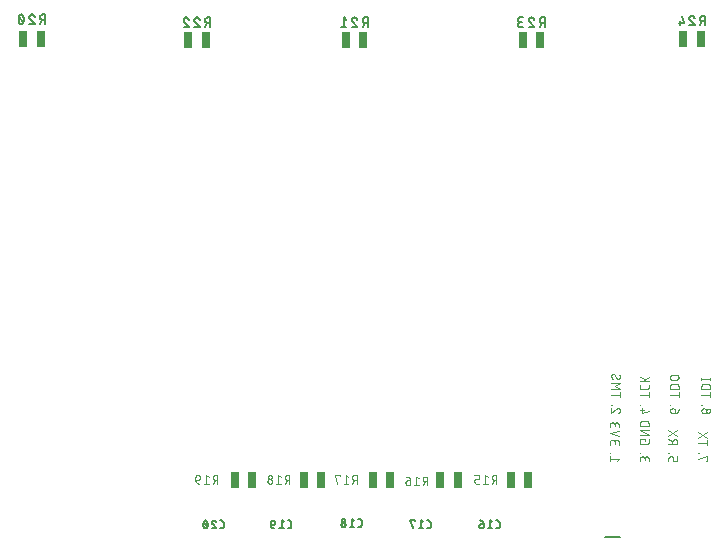
<source format=gbr>
G04 EAGLE Gerber RS-274X export*
G75*
%MOMM*%
%FSLAX34Y34*%
%LPD*%
%INSilkscreen Bottom*%
%IPPOS*%
%AMOC8*
5,1,8,0,0,1.08239X$1,22.5*%
G01*
%ADD10C,0.076200*%
%ADD11R,0.650000X1.400000*%
%ADD12C,0.203200*%
%ADD13C,0.152400*%


D10*
X553480Y66421D02*
X555117Y68467D01*
X547751Y68467D01*
X547751Y66421D02*
X547751Y70513D01*
X547751Y73383D02*
X548160Y73383D01*
X548160Y73792D01*
X547751Y73792D01*
X547751Y73383D01*
X547751Y80564D02*
X547751Y82610D01*
X547753Y82699D01*
X547759Y82788D01*
X547769Y82877D01*
X547782Y82965D01*
X547799Y83053D01*
X547821Y83140D01*
X547846Y83225D01*
X547874Y83310D01*
X547907Y83393D01*
X547943Y83475D01*
X547982Y83555D01*
X548025Y83633D01*
X548071Y83709D01*
X548121Y83784D01*
X548174Y83856D01*
X548230Y83925D01*
X548289Y83992D01*
X548350Y84057D01*
X548415Y84118D01*
X548482Y84177D01*
X548551Y84233D01*
X548623Y84286D01*
X548698Y84336D01*
X548774Y84382D01*
X548852Y84425D01*
X548932Y84464D01*
X549014Y84500D01*
X549097Y84533D01*
X549182Y84561D01*
X549267Y84586D01*
X549354Y84608D01*
X549442Y84625D01*
X549530Y84638D01*
X549619Y84648D01*
X549708Y84654D01*
X549797Y84656D01*
X549886Y84654D01*
X549975Y84648D01*
X550064Y84638D01*
X550152Y84625D01*
X550240Y84608D01*
X550327Y84586D01*
X550412Y84561D01*
X550497Y84533D01*
X550580Y84500D01*
X550662Y84464D01*
X550742Y84425D01*
X550820Y84382D01*
X550896Y84336D01*
X550971Y84286D01*
X551043Y84233D01*
X551112Y84177D01*
X551179Y84118D01*
X551244Y84057D01*
X551305Y83992D01*
X551364Y83925D01*
X551420Y83856D01*
X551473Y83784D01*
X551523Y83709D01*
X551569Y83633D01*
X551612Y83555D01*
X551651Y83475D01*
X551687Y83393D01*
X551720Y83310D01*
X551748Y83225D01*
X551773Y83140D01*
X551795Y83053D01*
X551812Y82965D01*
X551825Y82877D01*
X551835Y82788D01*
X551841Y82699D01*
X551843Y82610D01*
X555117Y83019D02*
X555117Y80564D01*
X555117Y83019D02*
X555115Y83098D01*
X555109Y83177D01*
X555100Y83256D01*
X555087Y83334D01*
X555069Y83411D01*
X555049Y83487D01*
X555024Y83562D01*
X554996Y83636D01*
X554965Y83709D01*
X554929Y83780D01*
X554891Y83849D01*
X554849Y83916D01*
X554804Y83981D01*
X554756Y84044D01*
X554705Y84105D01*
X554651Y84162D01*
X554595Y84218D01*
X554536Y84270D01*
X554474Y84320D01*
X554410Y84366D01*
X554344Y84410D01*
X554276Y84450D01*
X554206Y84486D01*
X554134Y84520D01*
X554060Y84550D01*
X553986Y84576D01*
X553910Y84599D01*
X553833Y84617D01*
X553756Y84633D01*
X553677Y84644D01*
X553599Y84652D01*
X553520Y84656D01*
X553440Y84656D01*
X553361Y84652D01*
X553283Y84644D01*
X553204Y84633D01*
X553127Y84617D01*
X553050Y84599D01*
X552974Y84576D01*
X552900Y84550D01*
X552826Y84520D01*
X552754Y84486D01*
X552684Y84450D01*
X552616Y84410D01*
X552550Y84366D01*
X552486Y84320D01*
X552424Y84270D01*
X552365Y84218D01*
X552309Y84162D01*
X552255Y84105D01*
X552204Y84044D01*
X552156Y83981D01*
X552111Y83916D01*
X552069Y83849D01*
X552031Y83780D01*
X551995Y83709D01*
X551964Y83636D01*
X551936Y83562D01*
X551911Y83487D01*
X551891Y83411D01*
X551873Y83334D01*
X551860Y83256D01*
X551851Y83177D01*
X551845Y83098D01*
X551843Y83019D01*
X551843Y81382D01*
X555117Y87470D02*
X547751Y89925D01*
X555117Y92380D01*
X547751Y95194D02*
X547751Y97240D01*
X547753Y97329D01*
X547759Y97418D01*
X547769Y97507D01*
X547782Y97595D01*
X547799Y97683D01*
X547821Y97770D01*
X547846Y97855D01*
X547874Y97940D01*
X547907Y98023D01*
X547943Y98105D01*
X547982Y98185D01*
X548025Y98263D01*
X548071Y98339D01*
X548121Y98414D01*
X548174Y98486D01*
X548230Y98555D01*
X548289Y98622D01*
X548350Y98687D01*
X548415Y98748D01*
X548482Y98807D01*
X548551Y98863D01*
X548623Y98916D01*
X548698Y98966D01*
X548774Y99012D01*
X548852Y99055D01*
X548932Y99094D01*
X549014Y99130D01*
X549097Y99163D01*
X549182Y99191D01*
X549267Y99216D01*
X549354Y99238D01*
X549442Y99255D01*
X549530Y99268D01*
X549619Y99278D01*
X549708Y99284D01*
X549797Y99286D01*
X549886Y99284D01*
X549975Y99278D01*
X550064Y99268D01*
X550152Y99255D01*
X550240Y99238D01*
X550327Y99216D01*
X550412Y99191D01*
X550497Y99163D01*
X550580Y99130D01*
X550662Y99094D01*
X550742Y99055D01*
X550820Y99012D01*
X550896Y98966D01*
X550971Y98916D01*
X551043Y98863D01*
X551112Y98807D01*
X551179Y98748D01*
X551244Y98687D01*
X551305Y98622D01*
X551364Y98555D01*
X551420Y98486D01*
X551473Y98414D01*
X551523Y98339D01*
X551569Y98263D01*
X551612Y98185D01*
X551651Y98105D01*
X551687Y98023D01*
X551720Y97940D01*
X551748Y97855D01*
X551773Y97770D01*
X551795Y97683D01*
X551812Y97595D01*
X551825Y97507D01*
X551835Y97418D01*
X551841Y97329D01*
X551843Y97240D01*
X555117Y97649D02*
X555117Y95194D01*
X555117Y97649D02*
X555115Y97728D01*
X555109Y97807D01*
X555100Y97886D01*
X555087Y97964D01*
X555069Y98041D01*
X555049Y98117D01*
X555024Y98192D01*
X554996Y98266D01*
X554965Y98339D01*
X554929Y98410D01*
X554891Y98479D01*
X554849Y98546D01*
X554804Y98611D01*
X554756Y98674D01*
X554705Y98735D01*
X554651Y98792D01*
X554595Y98848D01*
X554536Y98900D01*
X554474Y98950D01*
X554410Y98996D01*
X554344Y99040D01*
X554276Y99080D01*
X554206Y99116D01*
X554134Y99150D01*
X554060Y99180D01*
X553986Y99206D01*
X553910Y99229D01*
X553833Y99247D01*
X553756Y99263D01*
X553677Y99274D01*
X553599Y99282D01*
X553520Y99286D01*
X553440Y99286D01*
X553361Y99282D01*
X553283Y99274D01*
X553204Y99263D01*
X553127Y99247D01*
X553050Y99229D01*
X552974Y99206D01*
X552900Y99180D01*
X552826Y99150D01*
X552754Y99116D01*
X552684Y99080D01*
X552616Y99040D01*
X552550Y98996D01*
X552486Y98950D01*
X552424Y98900D01*
X552365Y98848D01*
X552309Y98792D01*
X552255Y98735D01*
X552204Y98674D01*
X552156Y98611D01*
X552111Y98546D01*
X552069Y98479D01*
X552031Y98410D01*
X551995Y98339D01*
X551964Y98266D01*
X551936Y98192D01*
X551911Y98117D01*
X551891Y98041D01*
X551873Y97964D01*
X551860Y97886D01*
X551851Y97807D01*
X551845Y97728D01*
X551843Y97649D01*
X551843Y96013D01*
X556388Y109312D02*
X556386Y109397D01*
X556380Y109482D01*
X556370Y109566D01*
X556357Y109650D01*
X556339Y109734D01*
X556318Y109816D01*
X556293Y109897D01*
X556264Y109977D01*
X556231Y110056D01*
X556195Y110133D01*
X556155Y110208D01*
X556112Y110282D01*
X556066Y110353D01*
X556016Y110422D01*
X555963Y110489D01*
X555907Y110553D01*
X555848Y110614D01*
X555787Y110673D01*
X555723Y110729D01*
X555656Y110782D01*
X555587Y110832D01*
X555516Y110878D01*
X555442Y110921D01*
X555367Y110961D01*
X555290Y110997D01*
X555211Y111030D01*
X555131Y111059D01*
X555050Y111084D01*
X554968Y111105D01*
X554884Y111123D01*
X554800Y111136D01*
X554716Y111146D01*
X554631Y111152D01*
X554546Y111154D01*
X556387Y109312D02*
X556385Y109216D01*
X556379Y109120D01*
X556369Y109025D01*
X556356Y108930D01*
X556338Y108835D01*
X556317Y108742D01*
X556292Y108649D01*
X556263Y108558D01*
X556231Y108467D01*
X556195Y108378D01*
X556155Y108291D01*
X556112Y108205D01*
X556066Y108121D01*
X556016Y108039D01*
X555962Y107959D01*
X555906Y107882D01*
X555846Y107807D01*
X555784Y107734D01*
X555718Y107664D01*
X555650Y107596D01*
X555579Y107531D01*
X555506Y107470D01*
X555430Y107411D01*
X555351Y107355D01*
X555271Y107303D01*
X555188Y107254D01*
X555104Y107208D01*
X555018Y107166D01*
X554930Y107128D01*
X554841Y107093D01*
X554750Y107061D01*
X553114Y110539D02*
X553173Y110599D01*
X553235Y110656D01*
X553299Y110711D01*
X553366Y110762D01*
X553435Y110811D01*
X553505Y110857D01*
X553578Y110900D01*
X553652Y110940D01*
X553728Y110976D01*
X553806Y111009D01*
X553885Y111039D01*
X553965Y111066D01*
X554046Y111089D01*
X554128Y111108D01*
X554210Y111124D01*
X554294Y111137D01*
X554378Y111146D01*
X554462Y111151D01*
X554546Y111153D01*
X553113Y110539D02*
X549021Y107061D01*
X549021Y111153D01*
X549021Y114023D02*
X549430Y114023D01*
X549430Y114432D01*
X549021Y114432D01*
X549021Y114023D01*
X549021Y122762D02*
X556387Y122762D01*
X556387Y120716D02*
X556387Y124808D01*
X556387Y127866D02*
X549021Y127866D01*
X552295Y130321D02*
X556387Y127866D01*
X552295Y130321D02*
X556387Y132776D01*
X549021Y132776D01*
X549021Y138533D02*
X549023Y138611D01*
X549028Y138689D01*
X549038Y138766D01*
X549051Y138843D01*
X549067Y138919D01*
X549087Y138994D01*
X549111Y139068D01*
X549138Y139141D01*
X549169Y139213D01*
X549203Y139283D01*
X549240Y139352D01*
X549281Y139418D01*
X549325Y139483D01*
X549371Y139545D01*
X549421Y139605D01*
X549473Y139663D01*
X549528Y139718D01*
X549586Y139770D01*
X549646Y139820D01*
X549708Y139866D01*
X549773Y139910D01*
X549840Y139951D01*
X549908Y139988D01*
X549978Y140022D01*
X550050Y140053D01*
X550123Y140080D01*
X550197Y140104D01*
X550272Y140124D01*
X550348Y140140D01*
X550425Y140153D01*
X550502Y140163D01*
X550580Y140168D01*
X550658Y140170D01*
X549021Y138533D02*
X549023Y138419D01*
X549028Y138306D01*
X549038Y138192D01*
X549051Y138079D01*
X549068Y137967D01*
X549088Y137855D01*
X549112Y137744D01*
X549140Y137633D01*
X549171Y137524D01*
X549206Y137416D01*
X549245Y137309D01*
X549287Y137203D01*
X549332Y137099D01*
X549381Y136996D01*
X549434Y136895D01*
X549489Y136796D01*
X549548Y136698D01*
X549610Y136603D01*
X549675Y136510D01*
X549743Y136418D01*
X549814Y136330D01*
X549888Y136243D01*
X549965Y136159D01*
X550044Y136078D01*
X554750Y136282D02*
X554828Y136284D01*
X554906Y136289D01*
X554983Y136299D01*
X555060Y136312D01*
X555136Y136328D01*
X555211Y136348D01*
X555285Y136372D01*
X555358Y136399D01*
X555430Y136430D01*
X555500Y136464D01*
X555569Y136501D01*
X555635Y136542D01*
X555700Y136586D01*
X555762Y136632D01*
X555822Y136682D01*
X555880Y136734D01*
X555935Y136789D01*
X555987Y136847D01*
X556037Y136907D01*
X556083Y136969D01*
X556127Y137034D01*
X556168Y137101D01*
X556205Y137169D01*
X556239Y137239D01*
X556270Y137311D01*
X556297Y137384D01*
X556321Y137458D01*
X556341Y137533D01*
X556357Y137609D01*
X556370Y137686D01*
X556380Y137763D01*
X556385Y137841D01*
X556387Y137919D01*
X556385Y138029D01*
X556379Y138138D01*
X556369Y138248D01*
X556356Y138356D01*
X556338Y138465D01*
X556317Y138572D01*
X556291Y138679D01*
X556262Y138785D01*
X556230Y138890D01*
X556193Y138993D01*
X556153Y139095D01*
X556109Y139196D01*
X556061Y139295D01*
X556011Y139392D01*
X555956Y139487D01*
X555898Y139580D01*
X555837Y139671D01*
X555773Y139760D01*
X553317Y137101D02*
X553359Y137034D01*
X553403Y136969D01*
X553451Y136907D01*
X553501Y136847D01*
X553554Y136789D01*
X553610Y136734D01*
X553669Y136682D01*
X553729Y136632D01*
X553793Y136585D01*
X553858Y136542D01*
X553925Y136501D01*
X553994Y136464D01*
X554065Y136430D01*
X554137Y136399D01*
X554211Y136372D01*
X554285Y136348D01*
X554361Y136328D01*
X554438Y136312D01*
X554515Y136299D01*
X554593Y136289D01*
X554672Y136284D01*
X554750Y136282D01*
X552090Y139352D02*
X552048Y139418D01*
X552004Y139483D01*
X551957Y139545D01*
X551906Y139605D01*
X551853Y139663D01*
X551797Y139718D01*
X551739Y139771D01*
X551678Y139820D01*
X551615Y139867D01*
X551550Y139910D01*
X551483Y139951D01*
X551414Y139988D01*
X551343Y140022D01*
X551271Y140053D01*
X551197Y140080D01*
X551122Y140104D01*
X551047Y140124D01*
X550970Y140140D01*
X550893Y140153D01*
X550815Y140163D01*
X550736Y140168D01*
X550658Y140170D01*
X552090Y139352D02*
X553318Y137101D01*
X573151Y68467D02*
X573151Y66421D01*
X573151Y68467D02*
X573153Y68556D01*
X573159Y68645D01*
X573169Y68734D01*
X573182Y68822D01*
X573199Y68910D01*
X573221Y68997D01*
X573246Y69082D01*
X573274Y69167D01*
X573307Y69250D01*
X573343Y69332D01*
X573382Y69412D01*
X573425Y69490D01*
X573471Y69566D01*
X573521Y69641D01*
X573574Y69713D01*
X573630Y69782D01*
X573689Y69849D01*
X573750Y69914D01*
X573815Y69975D01*
X573882Y70034D01*
X573951Y70090D01*
X574023Y70143D01*
X574098Y70193D01*
X574174Y70239D01*
X574252Y70282D01*
X574332Y70321D01*
X574414Y70357D01*
X574497Y70390D01*
X574582Y70418D01*
X574667Y70443D01*
X574754Y70465D01*
X574842Y70482D01*
X574930Y70495D01*
X575019Y70505D01*
X575108Y70511D01*
X575197Y70513D01*
X575286Y70511D01*
X575375Y70505D01*
X575464Y70495D01*
X575552Y70482D01*
X575640Y70465D01*
X575727Y70443D01*
X575812Y70418D01*
X575897Y70390D01*
X575980Y70357D01*
X576062Y70321D01*
X576142Y70282D01*
X576220Y70239D01*
X576296Y70193D01*
X576371Y70143D01*
X576443Y70090D01*
X576512Y70034D01*
X576579Y69975D01*
X576644Y69914D01*
X576705Y69849D01*
X576764Y69782D01*
X576820Y69713D01*
X576873Y69641D01*
X576923Y69566D01*
X576969Y69490D01*
X577012Y69412D01*
X577051Y69332D01*
X577087Y69250D01*
X577120Y69167D01*
X577148Y69082D01*
X577173Y68997D01*
X577195Y68910D01*
X577212Y68822D01*
X577225Y68734D01*
X577235Y68645D01*
X577241Y68556D01*
X577243Y68467D01*
X580517Y68876D02*
X580517Y66421D01*
X580517Y68876D02*
X580515Y68955D01*
X580509Y69034D01*
X580500Y69113D01*
X580487Y69191D01*
X580469Y69268D01*
X580449Y69344D01*
X580424Y69419D01*
X580396Y69493D01*
X580365Y69566D01*
X580329Y69637D01*
X580291Y69706D01*
X580249Y69773D01*
X580204Y69838D01*
X580156Y69901D01*
X580105Y69962D01*
X580051Y70019D01*
X579995Y70075D01*
X579936Y70127D01*
X579874Y70177D01*
X579810Y70223D01*
X579744Y70267D01*
X579676Y70307D01*
X579606Y70343D01*
X579534Y70377D01*
X579460Y70407D01*
X579386Y70433D01*
X579310Y70456D01*
X579233Y70474D01*
X579156Y70490D01*
X579077Y70501D01*
X578999Y70509D01*
X578920Y70513D01*
X578840Y70513D01*
X578761Y70509D01*
X578683Y70501D01*
X578604Y70490D01*
X578527Y70474D01*
X578450Y70456D01*
X578374Y70433D01*
X578300Y70407D01*
X578226Y70377D01*
X578154Y70343D01*
X578084Y70307D01*
X578016Y70267D01*
X577950Y70223D01*
X577886Y70177D01*
X577824Y70127D01*
X577765Y70075D01*
X577709Y70019D01*
X577655Y69962D01*
X577604Y69901D01*
X577556Y69838D01*
X577511Y69773D01*
X577469Y69706D01*
X577431Y69637D01*
X577395Y69566D01*
X577364Y69493D01*
X577336Y69419D01*
X577311Y69344D01*
X577291Y69268D01*
X577273Y69191D01*
X577260Y69113D01*
X577251Y69034D01*
X577245Y68955D01*
X577243Y68876D01*
X577243Y67239D01*
X573560Y73383D02*
X573151Y73383D01*
X573560Y73383D02*
X573560Y73792D01*
X573151Y73792D01*
X573151Y73383D01*
X577243Y83672D02*
X577243Y84900D01*
X573151Y84900D01*
X573151Y82444D01*
X573153Y82366D01*
X573158Y82288D01*
X573168Y82211D01*
X573181Y82134D01*
X573197Y82058D01*
X573217Y81983D01*
X573241Y81909D01*
X573268Y81836D01*
X573299Y81764D01*
X573333Y81694D01*
X573370Y81626D01*
X573411Y81559D01*
X573455Y81494D01*
X573501Y81432D01*
X573551Y81372D01*
X573603Y81314D01*
X573658Y81259D01*
X573716Y81207D01*
X573776Y81157D01*
X573838Y81111D01*
X573903Y81067D01*
X573970Y81026D01*
X574038Y80989D01*
X574108Y80955D01*
X574180Y80924D01*
X574253Y80897D01*
X574327Y80873D01*
X574402Y80853D01*
X574478Y80837D01*
X574555Y80824D01*
X574632Y80814D01*
X574710Y80809D01*
X574788Y80807D01*
X574788Y80808D02*
X578880Y80808D01*
X578880Y80807D02*
X578958Y80809D01*
X579036Y80814D01*
X579113Y80824D01*
X579190Y80837D01*
X579266Y80853D01*
X579341Y80873D01*
X579415Y80897D01*
X579488Y80924D01*
X579560Y80955D01*
X579630Y80989D01*
X579699Y81026D01*
X579765Y81067D01*
X579830Y81111D01*
X579892Y81157D01*
X579952Y81207D01*
X580010Y81259D01*
X580065Y81314D01*
X580117Y81372D01*
X580167Y81432D01*
X580213Y81494D01*
X580257Y81559D01*
X580298Y81626D01*
X580335Y81694D01*
X580369Y81764D01*
X580400Y81836D01*
X580427Y81909D01*
X580451Y81983D01*
X580471Y82058D01*
X580487Y82134D01*
X580500Y82211D01*
X580510Y82288D01*
X580515Y82366D01*
X580517Y82444D01*
X580517Y84900D01*
X580517Y88610D02*
X573151Y88610D01*
X573151Y92703D02*
X580517Y88610D01*
X580517Y92703D02*
X573151Y92703D01*
X573151Y96413D02*
X580517Y96413D01*
X580517Y98459D01*
X580515Y98548D01*
X580509Y98637D01*
X580499Y98726D01*
X580486Y98814D01*
X580469Y98902D01*
X580447Y98989D01*
X580422Y99074D01*
X580394Y99159D01*
X580361Y99242D01*
X580325Y99324D01*
X580286Y99404D01*
X580243Y99482D01*
X580197Y99558D01*
X580147Y99633D01*
X580094Y99705D01*
X580038Y99774D01*
X579979Y99841D01*
X579918Y99906D01*
X579853Y99967D01*
X579786Y100026D01*
X579717Y100082D01*
X579645Y100135D01*
X579570Y100185D01*
X579494Y100231D01*
X579416Y100274D01*
X579336Y100313D01*
X579254Y100349D01*
X579171Y100382D01*
X579086Y100410D01*
X579001Y100435D01*
X578914Y100457D01*
X578826Y100474D01*
X578738Y100487D01*
X578649Y100497D01*
X578560Y100503D01*
X578471Y100505D01*
X575197Y100505D01*
X575108Y100503D01*
X575019Y100497D01*
X574930Y100487D01*
X574842Y100474D01*
X574754Y100457D01*
X574667Y100435D01*
X574582Y100410D01*
X574497Y100382D01*
X574414Y100349D01*
X574332Y100313D01*
X574252Y100274D01*
X574174Y100231D01*
X574098Y100185D01*
X574023Y100135D01*
X573951Y100082D01*
X573882Y100026D01*
X573815Y99967D01*
X573750Y99906D01*
X573689Y99841D01*
X573630Y99774D01*
X573574Y99705D01*
X573521Y99633D01*
X573471Y99558D01*
X573425Y99482D01*
X573382Y99404D01*
X573343Y99324D01*
X573307Y99242D01*
X573274Y99159D01*
X573246Y99074D01*
X573221Y98989D01*
X573199Y98902D01*
X573182Y98814D01*
X573169Y98726D01*
X573159Y98637D01*
X573153Y98548D01*
X573151Y98459D01*
X573151Y96413D01*
X597281Y68876D02*
X597281Y66421D01*
X597281Y68876D02*
X597283Y68956D01*
X597289Y69036D01*
X597299Y69116D01*
X597312Y69195D01*
X597330Y69274D01*
X597351Y69351D01*
X597377Y69427D01*
X597406Y69502D01*
X597438Y69576D01*
X597474Y69648D01*
X597514Y69718D01*
X597557Y69785D01*
X597603Y69851D01*
X597653Y69914D01*
X597705Y69975D01*
X597760Y70034D01*
X597819Y70089D01*
X597879Y70141D01*
X597943Y70191D01*
X598009Y70237D01*
X598076Y70280D01*
X598146Y70320D01*
X598218Y70356D01*
X598292Y70388D01*
X598366Y70417D01*
X598443Y70443D01*
X598520Y70464D01*
X598599Y70482D01*
X598678Y70495D01*
X598758Y70505D01*
X598838Y70511D01*
X598918Y70513D01*
X599736Y70513D01*
X599814Y70511D01*
X599892Y70506D01*
X599969Y70496D01*
X600046Y70483D01*
X600122Y70467D01*
X600197Y70447D01*
X600271Y70423D01*
X600344Y70396D01*
X600416Y70365D01*
X600486Y70331D01*
X600555Y70294D01*
X600621Y70253D01*
X600686Y70209D01*
X600748Y70163D01*
X600808Y70113D01*
X600866Y70061D01*
X600921Y70006D01*
X600973Y69948D01*
X601023Y69888D01*
X601069Y69826D01*
X601113Y69761D01*
X601154Y69695D01*
X601191Y69626D01*
X601225Y69556D01*
X601256Y69484D01*
X601283Y69411D01*
X601307Y69337D01*
X601327Y69262D01*
X601343Y69186D01*
X601356Y69109D01*
X601366Y69032D01*
X601371Y68954D01*
X601373Y68876D01*
X601373Y66421D01*
X604647Y66421D01*
X604647Y70513D01*
X597690Y73383D02*
X597281Y73383D01*
X597690Y73383D02*
X597690Y73792D01*
X597281Y73792D01*
X597281Y73383D01*
X597281Y80859D02*
X604647Y80859D01*
X604647Y82905D01*
X604645Y82994D01*
X604639Y83083D01*
X604629Y83172D01*
X604616Y83260D01*
X604599Y83348D01*
X604577Y83435D01*
X604552Y83520D01*
X604524Y83605D01*
X604491Y83688D01*
X604455Y83770D01*
X604416Y83850D01*
X604373Y83928D01*
X604327Y84004D01*
X604277Y84079D01*
X604224Y84151D01*
X604168Y84220D01*
X604109Y84287D01*
X604048Y84352D01*
X603983Y84413D01*
X603916Y84472D01*
X603847Y84528D01*
X603775Y84581D01*
X603700Y84631D01*
X603624Y84677D01*
X603546Y84720D01*
X603466Y84759D01*
X603384Y84795D01*
X603301Y84828D01*
X603216Y84856D01*
X603131Y84881D01*
X603044Y84903D01*
X602956Y84920D01*
X602868Y84933D01*
X602779Y84943D01*
X602690Y84949D01*
X602601Y84951D01*
X602512Y84949D01*
X602423Y84943D01*
X602334Y84933D01*
X602246Y84920D01*
X602158Y84903D01*
X602071Y84881D01*
X601986Y84856D01*
X601901Y84828D01*
X601818Y84795D01*
X601736Y84759D01*
X601656Y84720D01*
X601578Y84677D01*
X601502Y84631D01*
X601427Y84581D01*
X601355Y84528D01*
X601286Y84472D01*
X601219Y84413D01*
X601154Y84352D01*
X601093Y84287D01*
X601034Y84220D01*
X600978Y84151D01*
X600925Y84079D01*
X600875Y84004D01*
X600829Y83928D01*
X600786Y83850D01*
X600747Y83770D01*
X600711Y83688D01*
X600678Y83605D01*
X600650Y83520D01*
X600625Y83435D01*
X600603Y83348D01*
X600586Y83260D01*
X600573Y83172D01*
X600563Y83083D01*
X600557Y82994D01*
X600555Y82905D01*
X600555Y80859D01*
X600555Y83314D02*
X597281Y84951D01*
X597281Y87713D02*
X604647Y92624D01*
X604647Y87713D02*
X597281Y92624D01*
X629229Y66421D02*
X630047Y66421D01*
X630047Y70513D01*
X622681Y68467D01*
X622681Y73383D02*
X623090Y73383D01*
X623090Y73792D01*
X622681Y73792D01*
X622681Y73383D01*
X622681Y82122D02*
X630047Y82122D01*
X630047Y80076D02*
X630047Y84168D01*
X630047Y91405D02*
X622681Y86494D01*
X622681Y91405D02*
X630047Y86494D01*
X580517Y108698D02*
X574788Y107061D01*
X574788Y111153D01*
X576425Y109926D02*
X573151Y109926D01*
X573151Y114023D02*
X573560Y114023D01*
X573560Y114432D01*
X573151Y114432D01*
X573151Y114023D01*
X573151Y122762D02*
X580517Y122762D01*
X580517Y120716D02*
X580517Y124808D01*
X573151Y129157D02*
X573151Y130794D01*
X573151Y129157D02*
X573153Y129079D01*
X573158Y129001D01*
X573168Y128924D01*
X573181Y128847D01*
X573197Y128771D01*
X573217Y128696D01*
X573241Y128622D01*
X573268Y128549D01*
X573299Y128477D01*
X573333Y128407D01*
X573370Y128339D01*
X573411Y128272D01*
X573455Y128207D01*
X573501Y128145D01*
X573551Y128085D01*
X573603Y128027D01*
X573658Y127972D01*
X573716Y127920D01*
X573776Y127870D01*
X573838Y127824D01*
X573903Y127780D01*
X573970Y127739D01*
X574038Y127702D01*
X574108Y127668D01*
X574180Y127637D01*
X574253Y127610D01*
X574327Y127586D01*
X574402Y127566D01*
X574478Y127550D01*
X574555Y127537D01*
X574632Y127527D01*
X574710Y127522D01*
X574788Y127520D01*
X578880Y127520D01*
X578958Y127522D01*
X579036Y127527D01*
X579113Y127537D01*
X579190Y127550D01*
X579266Y127566D01*
X579341Y127586D01*
X579415Y127610D01*
X579488Y127637D01*
X579560Y127668D01*
X579630Y127702D01*
X579699Y127739D01*
X579765Y127780D01*
X579830Y127824D01*
X579892Y127870D01*
X579952Y127920D01*
X580010Y127972D01*
X580065Y128027D01*
X580117Y128085D01*
X580167Y128145D01*
X580213Y128207D01*
X580257Y128272D01*
X580298Y128339D01*
X580335Y128407D01*
X580369Y128477D01*
X580400Y128549D01*
X580427Y128622D01*
X580451Y128696D01*
X580471Y128771D01*
X580487Y128847D01*
X580500Y128924D01*
X580510Y129001D01*
X580515Y129079D01*
X580517Y129157D01*
X580517Y130794D01*
X580517Y134001D02*
X573151Y134001D01*
X576016Y134001D02*
X580517Y138093D01*
X577652Y135638D02*
X573151Y138093D01*
X602643Y109516D02*
X602643Y107061D01*
X602643Y109516D02*
X602641Y109594D01*
X602636Y109672D01*
X602626Y109749D01*
X602613Y109826D01*
X602597Y109902D01*
X602577Y109977D01*
X602553Y110051D01*
X602526Y110124D01*
X602495Y110196D01*
X602461Y110266D01*
X602424Y110335D01*
X602383Y110401D01*
X602339Y110466D01*
X602293Y110528D01*
X602243Y110588D01*
X602191Y110646D01*
X602136Y110701D01*
X602078Y110753D01*
X602018Y110803D01*
X601956Y110849D01*
X601891Y110893D01*
X601825Y110934D01*
X601756Y110971D01*
X601686Y111005D01*
X601614Y111036D01*
X601541Y111063D01*
X601467Y111087D01*
X601392Y111107D01*
X601316Y111123D01*
X601239Y111136D01*
X601162Y111146D01*
X601084Y111151D01*
X601006Y111153D01*
X600597Y111153D01*
X600508Y111151D01*
X600419Y111145D01*
X600330Y111135D01*
X600242Y111122D01*
X600154Y111105D01*
X600067Y111083D01*
X599982Y111058D01*
X599897Y111030D01*
X599814Y110997D01*
X599732Y110961D01*
X599652Y110922D01*
X599574Y110879D01*
X599498Y110833D01*
X599423Y110783D01*
X599351Y110730D01*
X599282Y110674D01*
X599215Y110615D01*
X599150Y110554D01*
X599089Y110489D01*
X599030Y110422D01*
X598974Y110353D01*
X598921Y110281D01*
X598871Y110206D01*
X598825Y110130D01*
X598782Y110052D01*
X598743Y109972D01*
X598707Y109890D01*
X598674Y109807D01*
X598646Y109722D01*
X598621Y109637D01*
X598599Y109550D01*
X598582Y109462D01*
X598569Y109374D01*
X598559Y109285D01*
X598553Y109196D01*
X598551Y109107D01*
X598553Y109018D01*
X598559Y108929D01*
X598569Y108840D01*
X598582Y108752D01*
X598599Y108664D01*
X598621Y108577D01*
X598646Y108492D01*
X598674Y108407D01*
X598707Y108324D01*
X598743Y108242D01*
X598782Y108162D01*
X598825Y108084D01*
X598871Y108008D01*
X598921Y107933D01*
X598974Y107861D01*
X599030Y107792D01*
X599089Y107725D01*
X599150Y107660D01*
X599215Y107599D01*
X599282Y107540D01*
X599351Y107484D01*
X599423Y107431D01*
X599498Y107381D01*
X599574Y107335D01*
X599652Y107292D01*
X599732Y107253D01*
X599814Y107217D01*
X599897Y107184D01*
X599982Y107156D01*
X600067Y107131D01*
X600154Y107109D01*
X600242Y107092D01*
X600330Y107079D01*
X600419Y107069D01*
X600508Y107063D01*
X600597Y107061D01*
X602643Y107061D01*
X602757Y107063D01*
X602871Y107069D01*
X602985Y107079D01*
X603099Y107093D01*
X603212Y107111D01*
X603324Y107133D01*
X603435Y107158D01*
X603545Y107188D01*
X603655Y107221D01*
X603763Y107258D01*
X603869Y107299D01*
X603975Y107344D01*
X604078Y107392D01*
X604180Y107444D01*
X604280Y107500D01*
X604378Y107558D01*
X604474Y107621D01*
X604567Y107686D01*
X604659Y107755D01*
X604747Y107827D01*
X604834Y107902D01*
X604917Y107980D01*
X604998Y108061D01*
X605076Y108144D01*
X605151Y108231D01*
X605223Y108319D01*
X605292Y108411D01*
X605357Y108504D01*
X605419Y108600D01*
X605478Y108698D01*
X605534Y108798D01*
X605586Y108900D01*
X605634Y109003D01*
X605679Y109109D01*
X605720Y109215D01*
X605757Y109323D01*
X605790Y109433D01*
X605820Y109543D01*
X605845Y109654D01*
X605867Y109766D01*
X605885Y109879D01*
X605899Y109993D01*
X605909Y110107D01*
X605915Y110221D01*
X605917Y110335D01*
X598960Y114023D02*
X598551Y114023D01*
X598960Y114023D02*
X598960Y114432D01*
X598551Y114432D01*
X598551Y114023D01*
X598551Y122762D02*
X605917Y122762D01*
X605917Y120716D02*
X605917Y124808D01*
X605917Y127787D02*
X598551Y127787D01*
X605917Y127787D02*
X605917Y129833D01*
X605915Y129922D01*
X605909Y130011D01*
X605899Y130100D01*
X605886Y130188D01*
X605869Y130276D01*
X605847Y130363D01*
X605822Y130448D01*
X605794Y130533D01*
X605761Y130616D01*
X605725Y130698D01*
X605686Y130778D01*
X605643Y130856D01*
X605597Y130932D01*
X605547Y131007D01*
X605494Y131079D01*
X605438Y131148D01*
X605379Y131215D01*
X605318Y131280D01*
X605253Y131341D01*
X605186Y131400D01*
X605117Y131456D01*
X605045Y131509D01*
X604970Y131559D01*
X604894Y131605D01*
X604816Y131648D01*
X604736Y131687D01*
X604654Y131723D01*
X604571Y131756D01*
X604486Y131784D01*
X604401Y131809D01*
X604314Y131831D01*
X604226Y131848D01*
X604138Y131861D01*
X604049Y131871D01*
X603960Y131877D01*
X603871Y131879D01*
X603871Y131880D02*
X600597Y131880D01*
X600597Y131879D02*
X600508Y131877D01*
X600419Y131871D01*
X600330Y131861D01*
X600242Y131848D01*
X600154Y131831D01*
X600067Y131809D01*
X599982Y131784D01*
X599897Y131756D01*
X599814Y131723D01*
X599732Y131687D01*
X599652Y131648D01*
X599574Y131605D01*
X599498Y131559D01*
X599423Y131509D01*
X599351Y131456D01*
X599282Y131400D01*
X599215Y131341D01*
X599150Y131280D01*
X599089Y131215D01*
X599030Y131148D01*
X598974Y131079D01*
X598921Y131007D01*
X598871Y130932D01*
X598825Y130856D01*
X598782Y130778D01*
X598743Y130698D01*
X598707Y130616D01*
X598674Y130533D01*
X598646Y130448D01*
X598621Y130363D01*
X598599Y130276D01*
X598582Y130188D01*
X598569Y130100D01*
X598559Y130011D01*
X598553Y129922D01*
X598551Y129833D01*
X598551Y127787D01*
X600597Y135346D02*
X603871Y135346D01*
X603960Y135348D01*
X604049Y135354D01*
X604138Y135364D01*
X604226Y135377D01*
X604314Y135394D01*
X604401Y135416D01*
X604486Y135441D01*
X604571Y135469D01*
X604654Y135502D01*
X604736Y135538D01*
X604816Y135577D01*
X604894Y135620D01*
X604970Y135666D01*
X605045Y135716D01*
X605117Y135769D01*
X605186Y135825D01*
X605253Y135884D01*
X605318Y135945D01*
X605379Y136010D01*
X605438Y136077D01*
X605494Y136146D01*
X605547Y136218D01*
X605597Y136293D01*
X605643Y136369D01*
X605686Y136447D01*
X605725Y136527D01*
X605761Y136609D01*
X605794Y136692D01*
X605822Y136777D01*
X605847Y136862D01*
X605869Y136949D01*
X605886Y137037D01*
X605899Y137125D01*
X605909Y137214D01*
X605915Y137303D01*
X605917Y137392D01*
X605915Y137481D01*
X605909Y137570D01*
X605899Y137659D01*
X605886Y137747D01*
X605869Y137835D01*
X605847Y137922D01*
X605822Y138007D01*
X605794Y138092D01*
X605761Y138175D01*
X605725Y138257D01*
X605686Y138337D01*
X605643Y138415D01*
X605597Y138491D01*
X605547Y138566D01*
X605494Y138638D01*
X605438Y138707D01*
X605379Y138774D01*
X605318Y138839D01*
X605253Y138900D01*
X605186Y138959D01*
X605117Y139015D01*
X605045Y139068D01*
X604970Y139118D01*
X604894Y139164D01*
X604816Y139207D01*
X604736Y139246D01*
X604654Y139282D01*
X604571Y139315D01*
X604486Y139343D01*
X604401Y139368D01*
X604314Y139390D01*
X604226Y139407D01*
X604138Y139420D01*
X604049Y139430D01*
X603960Y139436D01*
X603871Y139438D01*
X603871Y139439D02*
X600597Y139439D01*
X600597Y139438D02*
X600508Y139436D01*
X600419Y139430D01*
X600330Y139420D01*
X600242Y139407D01*
X600154Y139390D01*
X600067Y139368D01*
X599982Y139343D01*
X599897Y139315D01*
X599814Y139282D01*
X599732Y139246D01*
X599652Y139207D01*
X599574Y139164D01*
X599498Y139118D01*
X599423Y139068D01*
X599351Y139015D01*
X599282Y138959D01*
X599215Y138900D01*
X599150Y138839D01*
X599089Y138774D01*
X599030Y138707D01*
X598974Y138638D01*
X598921Y138566D01*
X598871Y138491D01*
X598825Y138415D01*
X598782Y138337D01*
X598743Y138257D01*
X598707Y138175D01*
X598674Y138092D01*
X598646Y138007D01*
X598621Y137922D01*
X598599Y137835D01*
X598582Y137747D01*
X598569Y137659D01*
X598559Y137570D01*
X598553Y137481D01*
X598551Y137392D01*
X598553Y137303D01*
X598559Y137214D01*
X598569Y137125D01*
X598582Y137037D01*
X598599Y136949D01*
X598621Y136862D01*
X598646Y136777D01*
X598674Y136692D01*
X598707Y136609D01*
X598743Y136527D01*
X598782Y136447D01*
X598825Y136369D01*
X598871Y136293D01*
X598921Y136218D01*
X598974Y136146D01*
X599030Y136077D01*
X599089Y136010D01*
X599150Y135945D01*
X599215Y135884D01*
X599282Y135825D01*
X599351Y135769D01*
X599423Y135716D01*
X599498Y135666D01*
X599574Y135620D01*
X599652Y135577D01*
X599732Y135538D01*
X599814Y135502D01*
X599897Y135469D01*
X599982Y135441D01*
X600067Y135416D01*
X600154Y135394D01*
X600242Y135377D01*
X600330Y135364D01*
X600419Y135354D01*
X600508Y135348D01*
X600597Y135346D01*
X627267Y111153D02*
X627356Y111151D01*
X627445Y111145D01*
X627534Y111135D01*
X627622Y111122D01*
X627710Y111105D01*
X627797Y111083D01*
X627882Y111058D01*
X627967Y111030D01*
X628050Y110997D01*
X628132Y110961D01*
X628212Y110922D01*
X628290Y110879D01*
X628366Y110833D01*
X628441Y110783D01*
X628513Y110730D01*
X628582Y110674D01*
X628649Y110615D01*
X628714Y110554D01*
X628775Y110489D01*
X628834Y110422D01*
X628890Y110353D01*
X628943Y110281D01*
X628993Y110206D01*
X629039Y110130D01*
X629082Y110052D01*
X629121Y109972D01*
X629157Y109890D01*
X629190Y109807D01*
X629218Y109722D01*
X629243Y109637D01*
X629265Y109550D01*
X629282Y109462D01*
X629295Y109374D01*
X629305Y109285D01*
X629311Y109196D01*
X629313Y109107D01*
X629311Y109018D01*
X629305Y108929D01*
X629295Y108840D01*
X629282Y108752D01*
X629265Y108664D01*
X629243Y108577D01*
X629218Y108492D01*
X629190Y108407D01*
X629157Y108324D01*
X629121Y108242D01*
X629082Y108162D01*
X629039Y108084D01*
X628993Y108008D01*
X628943Y107933D01*
X628890Y107861D01*
X628834Y107792D01*
X628775Y107725D01*
X628714Y107660D01*
X628649Y107599D01*
X628582Y107540D01*
X628513Y107484D01*
X628441Y107431D01*
X628366Y107381D01*
X628290Y107335D01*
X628212Y107292D01*
X628132Y107253D01*
X628050Y107217D01*
X627967Y107184D01*
X627882Y107156D01*
X627797Y107131D01*
X627710Y107109D01*
X627622Y107092D01*
X627534Y107079D01*
X627445Y107069D01*
X627356Y107063D01*
X627267Y107061D01*
X627178Y107063D01*
X627089Y107069D01*
X627000Y107079D01*
X626912Y107092D01*
X626824Y107109D01*
X626737Y107131D01*
X626652Y107156D01*
X626567Y107184D01*
X626484Y107217D01*
X626402Y107253D01*
X626322Y107292D01*
X626244Y107335D01*
X626168Y107381D01*
X626093Y107431D01*
X626021Y107484D01*
X625952Y107540D01*
X625885Y107599D01*
X625820Y107660D01*
X625759Y107725D01*
X625700Y107792D01*
X625644Y107861D01*
X625591Y107933D01*
X625541Y108008D01*
X625495Y108084D01*
X625452Y108162D01*
X625413Y108242D01*
X625377Y108324D01*
X625344Y108407D01*
X625316Y108492D01*
X625291Y108577D01*
X625269Y108664D01*
X625252Y108752D01*
X625239Y108840D01*
X625229Y108929D01*
X625223Y109018D01*
X625221Y109107D01*
X625223Y109196D01*
X625229Y109285D01*
X625239Y109374D01*
X625252Y109462D01*
X625269Y109550D01*
X625291Y109637D01*
X625316Y109722D01*
X625344Y109807D01*
X625377Y109890D01*
X625413Y109972D01*
X625452Y110052D01*
X625495Y110130D01*
X625541Y110206D01*
X625591Y110281D01*
X625644Y110353D01*
X625700Y110422D01*
X625759Y110489D01*
X625820Y110554D01*
X625885Y110615D01*
X625952Y110674D01*
X626021Y110730D01*
X626093Y110783D01*
X626168Y110833D01*
X626244Y110879D01*
X626322Y110922D01*
X626402Y110961D01*
X626484Y110997D01*
X626567Y111030D01*
X626652Y111058D01*
X626737Y111083D01*
X626824Y111105D01*
X626912Y111122D01*
X627000Y111135D01*
X627089Y111145D01*
X627178Y111151D01*
X627267Y111153D01*
X630950Y110744D02*
X631029Y110742D01*
X631108Y110736D01*
X631187Y110727D01*
X631265Y110714D01*
X631342Y110696D01*
X631418Y110676D01*
X631493Y110651D01*
X631567Y110623D01*
X631640Y110592D01*
X631711Y110556D01*
X631780Y110518D01*
X631847Y110476D01*
X631912Y110431D01*
X631975Y110383D01*
X632036Y110332D01*
X632093Y110278D01*
X632149Y110222D01*
X632201Y110163D01*
X632251Y110101D01*
X632297Y110037D01*
X632341Y109971D01*
X632381Y109903D01*
X632417Y109833D01*
X632451Y109761D01*
X632481Y109687D01*
X632507Y109613D01*
X632530Y109537D01*
X632548Y109460D01*
X632564Y109383D01*
X632575Y109304D01*
X632583Y109226D01*
X632587Y109147D01*
X632587Y109067D01*
X632583Y108988D01*
X632575Y108910D01*
X632564Y108831D01*
X632548Y108754D01*
X632530Y108677D01*
X632507Y108601D01*
X632481Y108527D01*
X632451Y108453D01*
X632417Y108381D01*
X632381Y108311D01*
X632341Y108243D01*
X632297Y108177D01*
X632251Y108113D01*
X632201Y108051D01*
X632149Y107992D01*
X632093Y107936D01*
X632036Y107882D01*
X631975Y107831D01*
X631912Y107783D01*
X631847Y107738D01*
X631780Y107696D01*
X631711Y107658D01*
X631640Y107622D01*
X631567Y107591D01*
X631493Y107563D01*
X631418Y107538D01*
X631342Y107518D01*
X631265Y107500D01*
X631187Y107487D01*
X631108Y107478D01*
X631029Y107472D01*
X630950Y107470D01*
X630871Y107472D01*
X630792Y107478D01*
X630713Y107487D01*
X630635Y107500D01*
X630558Y107518D01*
X630482Y107538D01*
X630407Y107563D01*
X630333Y107591D01*
X630260Y107622D01*
X630189Y107658D01*
X630120Y107696D01*
X630053Y107738D01*
X629988Y107783D01*
X629925Y107831D01*
X629864Y107882D01*
X629807Y107936D01*
X629751Y107992D01*
X629699Y108051D01*
X629649Y108113D01*
X629603Y108177D01*
X629559Y108243D01*
X629519Y108311D01*
X629483Y108381D01*
X629449Y108453D01*
X629419Y108527D01*
X629393Y108601D01*
X629370Y108677D01*
X629352Y108754D01*
X629336Y108831D01*
X629325Y108910D01*
X629317Y108988D01*
X629313Y109067D01*
X629313Y109147D01*
X629317Y109226D01*
X629325Y109304D01*
X629336Y109383D01*
X629352Y109460D01*
X629370Y109537D01*
X629393Y109613D01*
X629419Y109687D01*
X629449Y109761D01*
X629483Y109833D01*
X629519Y109903D01*
X629559Y109971D01*
X629603Y110037D01*
X629649Y110101D01*
X629699Y110163D01*
X629751Y110222D01*
X629807Y110278D01*
X629864Y110332D01*
X629925Y110383D01*
X629988Y110431D01*
X630053Y110476D01*
X630120Y110518D01*
X630189Y110556D01*
X630260Y110592D01*
X630333Y110623D01*
X630407Y110651D01*
X630482Y110676D01*
X630558Y110696D01*
X630635Y110714D01*
X630713Y110727D01*
X630792Y110736D01*
X630871Y110742D01*
X630950Y110744D01*
X625630Y114023D02*
X625221Y114023D01*
X625630Y114023D02*
X625630Y114432D01*
X625221Y114432D01*
X625221Y114023D01*
X625221Y122762D02*
X632587Y122762D01*
X632587Y120716D02*
X632587Y124808D01*
X632587Y127787D02*
X625221Y127787D01*
X632587Y127787D02*
X632587Y129833D01*
X632585Y129922D01*
X632579Y130011D01*
X632569Y130100D01*
X632556Y130188D01*
X632539Y130276D01*
X632517Y130363D01*
X632492Y130448D01*
X632464Y130533D01*
X632431Y130616D01*
X632395Y130698D01*
X632356Y130778D01*
X632313Y130856D01*
X632267Y130932D01*
X632217Y131007D01*
X632164Y131079D01*
X632108Y131148D01*
X632049Y131215D01*
X631988Y131280D01*
X631923Y131341D01*
X631856Y131400D01*
X631787Y131456D01*
X631715Y131509D01*
X631640Y131559D01*
X631564Y131605D01*
X631486Y131648D01*
X631406Y131687D01*
X631324Y131723D01*
X631241Y131756D01*
X631156Y131784D01*
X631071Y131809D01*
X630984Y131831D01*
X630896Y131848D01*
X630808Y131861D01*
X630719Y131871D01*
X630630Y131877D01*
X630541Y131879D01*
X630541Y131880D02*
X627267Y131880D01*
X627267Y131879D02*
X627178Y131877D01*
X627089Y131871D01*
X627000Y131861D01*
X626912Y131848D01*
X626824Y131831D01*
X626737Y131809D01*
X626652Y131784D01*
X626567Y131756D01*
X626484Y131723D01*
X626402Y131687D01*
X626322Y131648D01*
X626244Y131605D01*
X626168Y131559D01*
X626093Y131509D01*
X626021Y131456D01*
X625952Y131400D01*
X625885Y131341D01*
X625820Y131280D01*
X625759Y131215D01*
X625700Y131148D01*
X625644Y131079D01*
X625591Y131007D01*
X625541Y130932D01*
X625495Y130856D01*
X625452Y130778D01*
X625413Y130698D01*
X625377Y130616D01*
X625344Y130533D01*
X625316Y130448D01*
X625291Y130363D01*
X625269Y130276D01*
X625252Y130188D01*
X625239Y130100D01*
X625229Y130011D01*
X625223Y129922D01*
X625221Y129833D01*
X625221Y127787D01*
X625221Y135929D02*
X632587Y135929D01*
X625221Y135111D02*
X625221Y136748D01*
X632587Y136748D02*
X632587Y135111D01*
D11*
X51106Y424195D03*
X65838Y424195D03*
D12*
X69770Y436626D02*
X69770Y444754D01*
X67512Y444754D01*
X67419Y444752D01*
X67326Y444746D01*
X67233Y444737D01*
X67140Y444723D01*
X67049Y444706D01*
X66958Y444685D01*
X66868Y444660D01*
X66779Y444632D01*
X66691Y444600D01*
X66605Y444564D01*
X66520Y444525D01*
X66437Y444482D01*
X66356Y444436D01*
X66277Y444386D01*
X66200Y444334D01*
X66125Y444278D01*
X66053Y444219D01*
X65983Y444157D01*
X65915Y444093D01*
X65851Y444025D01*
X65789Y443955D01*
X65730Y443883D01*
X65674Y443808D01*
X65622Y443731D01*
X65572Y443652D01*
X65526Y443571D01*
X65483Y443488D01*
X65444Y443403D01*
X65408Y443317D01*
X65376Y443229D01*
X65348Y443140D01*
X65323Y443050D01*
X65302Y442959D01*
X65285Y442868D01*
X65271Y442775D01*
X65262Y442682D01*
X65256Y442589D01*
X65254Y442496D01*
X65256Y442403D01*
X65262Y442310D01*
X65271Y442217D01*
X65285Y442124D01*
X65302Y442033D01*
X65323Y441942D01*
X65348Y441852D01*
X65376Y441763D01*
X65408Y441675D01*
X65444Y441589D01*
X65483Y441504D01*
X65526Y441421D01*
X65572Y441340D01*
X65622Y441261D01*
X65674Y441184D01*
X65730Y441109D01*
X65789Y441037D01*
X65851Y440967D01*
X65915Y440899D01*
X65983Y440835D01*
X66053Y440773D01*
X66125Y440714D01*
X66200Y440658D01*
X66277Y440606D01*
X66356Y440556D01*
X66437Y440510D01*
X66520Y440467D01*
X66605Y440428D01*
X66691Y440392D01*
X66779Y440360D01*
X66868Y440332D01*
X66958Y440307D01*
X67049Y440286D01*
X67140Y440269D01*
X67233Y440255D01*
X67326Y440246D01*
X67419Y440240D01*
X67512Y440238D01*
X69770Y440238D01*
X67061Y440238D02*
X65255Y436626D01*
X58246Y444754D02*
X58157Y444752D01*
X58069Y444746D01*
X57981Y444737D01*
X57893Y444723D01*
X57806Y444706D01*
X57720Y444685D01*
X57635Y444660D01*
X57551Y444631D01*
X57468Y444599D01*
X57387Y444564D01*
X57308Y444524D01*
X57230Y444482D01*
X57154Y444436D01*
X57080Y444387D01*
X57009Y444334D01*
X56940Y444279D01*
X56873Y444220D01*
X56809Y444159D01*
X56748Y444095D01*
X56689Y444028D01*
X56634Y443959D01*
X56581Y443888D01*
X56532Y443814D01*
X56486Y443738D01*
X56444Y443660D01*
X56404Y443581D01*
X56369Y443500D01*
X56337Y443417D01*
X56308Y443333D01*
X56283Y443248D01*
X56262Y443162D01*
X56245Y443075D01*
X56231Y442987D01*
X56222Y442899D01*
X56216Y442811D01*
X56214Y442722D01*
X58246Y444755D02*
X58345Y444753D01*
X58445Y444747D01*
X58544Y444738D01*
X58642Y444725D01*
X58741Y444708D01*
X58838Y444687D01*
X58934Y444663D01*
X59030Y444635D01*
X59124Y444603D01*
X59217Y444568D01*
X59309Y444529D01*
X59399Y444487D01*
X59487Y444441D01*
X59574Y444392D01*
X59659Y444340D01*
X59741Y444284D01*
X59822Y444226D01*
X59900Y444164D01*
X59976Y444100D01*
X60049Y444033D01*
X60120Y443963D01*
X60187Y443890D01*
X60253Y443815D01*
X60315Y443737D01*
X60374Y443657D01*
X60430Y443575D01*
X60483Y443491D01*
X60533Y443404D01*
X60579Y443316D01*
X60622Y443227D01*
X60662Y443135D01*
X60698Y443042D01*
X60730Y442948D01*
X56890Y441141D02*
X56824Y441207D01*
X56761Y441275D01*
X56701Y441346D01*
X56644Y441420D01*
X56590Y441495D01*
X56540Y441573D01*
X56492Y441654D01*
X56449Y441736D01*
X56408Y441820D01*
X56372Y441905D01*
X56339Y441992D01*
X56309Y442080D01*
X56284Y442170D01*
X56262Y442260D01*
X56245Y442352D01*
X56231Y442444D01*
X56221Y442536D01*
X56215Y442629D01*
X56213Y442722D01*
X56891Y441142D02*
X60729Y436626D01*
X56214Y436626D01*
X51585Y440690D02*
X51583Y440850D01*
X51577Y441010D01*
X51568Y441169D01*
X51554Y441329D01*
X51537Y441488D01*
X51516Y441646D01*
X51492Y441804D01*
X51463Y441961D01*
X51431Y442118D01*
X51395Y442274D01*
X51355Y442429D01*
X51312Y442583D01*
X51265Y442736D01*
X51214Y442887D01*
X51160Y443038D01*
X51102Y443187D01*
X51041Y443334D01*
X50976Y443480D01*
X50908Y443625D01*
X50909Y443625D02*
X50881Y443700D01*
X50850Y443773D01*
X50815Y443845D01*
X50777Y443915D01*
X50736Y443983D01*
X50691Y444049D01*
X50644Y444113D01*
X50593Y444175D01*
X50540Y444234D01*
X50483Y444290D01*
X50424Y444344D01*
X50363Y444395D01*
X50299Y444443D01*
X50233Y444488D01*
X50165Y444529D01*
X50095Y444567D01*
X50024Y444602D01*
X49950Y444634D01*
X49876Y444662D01*
X49800Y444686D01*
X49723Y444707D01*
X49645Y444724D01*
X49566Y444737D01*
X49487Y444746D01*
X49408Y444752D01*
X49328Y444754D01*
X49248Y444752D01*
X49169Y444746D01*
X49090Y444737D01*
X49011Y444724D01*
X48933Y444707D01*
X48856Y444686D01*
X48780Y444662D01*
X48706Y444634D01*
X48632Y444602D01*
X48561Y444567D01*
X48491Y444529D01*
X48423Y444488D01*
X48357Y444443D01*
X48293Y444395D01*
X48232Y444344D01*
X48173Y444290D01*
X48116Y444234D01*
X48063Y444175D01*
X48012Y444113D01*
X47965Y444049D01*
X47920Y443983D01*
X47879Y443915D01*
X47841Y443845D01*
X47806Y443773D01*
X47775Y443700D01*
X47747Y443625D01*
X47679Y443480D01*
X47614Y443334D01*
X47553Y443187D01*
X47495Y443038D01*
X47441Y442887D01*
X47390Y442736D01*
X47343Y442583D01*
X47300Y442429D01*
X47260Y442274D01*
X47224Y442118D01*
X47192Y441961D01*
X47163Y441804D01*
X47139Y441646D01*
X47118Y441488D01*
X47101Y441329D01*
X47087Y441169D01*
X47078Y441010D01*
X47072Y440850D01*
X47070Y440690D01*
X51585Y440690D02*
X51583Y440530D01*
X51577Y440370D01*
X51568Y440211D01*
X51554Y440051D01*
X51537Y439892D01*
X51516Y439734D01*
X51492Y439576D01*
X51463Y439419D01*
X51431Y439262D01*
X51395Y439106D01*
X51355Y438951D01*
X51312Y438797D01*
X51265Y438645D01*
X51214Y438493D01*
X51160Y438342D01*
X51102Y438193D01*
X51041Y438046D01*
X50976Y437900D01*
X50908Y437755D01*
X50909Y437755D02*
X50881Y437680D01*
X50850Y437607D01*
X50815Y437535D01*
X50777Y437465D01*
X50736Y437397D01*
X50691Y437331D01*
X50644Y437267D01*
X50593Y437205D01*
X50540Y437146D01*
X50483Y437090D01*
X50424Y437036D01*
X50363Y436985D01*
X50299Y436937D01*
X50233Y436892D01*
X50165Y436851D01*
X50095Y436813D01*
X50024Y436778D01*
X49950Y436746D01*
X49876Y436718D01*
X49800Y436694D01*
X49723Y436673D01*
X49645Y436656D01*
X49566Y436643D01*
X49487Y436634D01*
X49408Y436628D01*
X49328Y436626D01*
X47747Y437755D02*
X47679Y437900D01*
X47614Y438046D01*
X47553Y438193D01*
X47495Y438342D01*
X47441Y438493D01*
X47390Y438645D01*
X47343Y438797D01*
X47300Y438951D01*
X47260Y439106D01*
X47224Y439262D01*
X47192Y439419D01*
X47163Y439576D01*
X47139Y439734D01*
X47118Y439892D01*
X47101Y440051D01*
X47087Y440211D01*
X47078Y440370D01*
X47072Y440530D01*
X47070Y440690D01*
X47747Y437755D02*
X47775Y437680D01*
X47806Y437607D01*
X47841Y437535D01*
X47879Y437465D01*
X47920Y437397D01*
X47965Y437331D01*
X48012Y437267D01*
X48063Y437205D01*
X48116Y437146D01*
X48173Y437090D01*
X48232Y437036D01*
X48293Y436985D01*
X48357Y436937D01*
X48423Y436892D01*
X48491Y436851D01*
X48561Y436813D01*
X48632Y436778D01*
X48706Y436746D01*
X48780Y436718D01*
X48856Y436694D01*
X48933Y436673D01*
X49011Y436656D01*
X49090Y436643D01*
X49169Y436634D01*
X49248Y436628D01*
X49328Y436626D01*
X51134Y438432D02*
X47521Y442948D01*
D11*
X324156Y422925D03*
X338888Y422925D03*
D12*
X342820Y434086D02*
X342820Y442214D01*
X340562Y442214D01*
X340469Y442212D01*
X340376Y442206D01*
X340283Y442197D01*
X340190Y442183D01*
X340099Y442166D01*
X340008Y442145D01*
X339918Y442120D01*
X339829Y442092D01*
X339741Y442060D01*
X339655Y442024D01*
X339570Y441985D01*
X339487Y441942D01*
X339406Y441896D01*
X339327Y441846D01*
X339250Y441794D01*
X339175Y441738D01*
X339103Y441679D01*
X339033Y441617D01*
X338965Y441553D01*
X338901Y441485D01*
X338839Y441415D01*
X338780Y441343D01*
X338724Y441268D01*
X338672Y441191D01*
X338622Y441112D01*
X338576Y441031D01*
X338533Y440948D01*
X338494Y440863D01*
X338458Y440777D01*
X338426Y440689D01*
X338398Y440600D01*
X338373Y440510D01*
X338352Y440419D01*
X338335Y440328D01*
X338321Y440235D01*
X338312Y440142D01*
X338306Y440049D01*
X338304Y439956D01*
X338306Y439863D01*
X338312Y439770D01*
X338321Y439677D01*
X338335Y439584D01*
X338352Y439493D01*
X338373Y439402D01*
X338398Y439312D01*
X338426Y439223D01*
X338458Y439135D01*
X338494Y439049D01*
X338533Y438964D01*
X338576Y438881D01*
X338622Y438800D01*
X338672Y438721D01*
X338724Y438644D01*
X338780Y438569D01*
X338839Y438497D01*
X338901Y438427D01*
X338965Y438359D01*
X339033Y438295D01*
X339103Y438233D01*
X339175Y438174D01*
X339250Y438118D01*
X339327Y438066D01*
X339406Y438016D01*
X339487Y437970D01*
X339570Y437927D01*
X339655Y437888D01*
X339741Y437852D01*
X339829Y437820D01*
X339918Y437792D01*
X340008Y437767D01*
X340099Y437746D01*
X340190Y437729D01*
X340283Y437715D01*
X340376Y437706D01*
X340469Y437700D01*
X340562Y437698D01*
X342820Y437698D01*
X340111Y437698D02*
X338305Y434086D01*
X331296Y442214D02*
X331207Y442212D01*
X331119Y442206D01*
X331031Y442197D01*
X330943Y442183D01*
X330856Y442166D01*
X330770Y442145D01*
X330685Y442120D01*
X330601Y442091D01*
X330518Y442059D01*
X330437Y442024D01*
X330358Y441984D01*
X330280Y441942D01*
X330204Y441896D01*
X330130Y441847D01*
X330059Y441794D01*
X329990Y441739D01*
X329923Y441680D01*
X329859Y441619D01*
X329798Y441555D01*
X329739Y441488D01*
X329684Y441419D01*
X329631Y441348D01*
X329582Y441274D01*
X329536Y441198D01*
X329494Y441120D01*
X329454Y441041D01*
X329419Y440960D01*
X329387Y440877D01*
X329358Y440793D01*
X329333Y440708D01*
X329312Y440622D01*
X329295Y440535D01*
X329281Y440447D01*
X329272Y440359D01*
X329266Y440271D01*
X329264Y440182D01*
X331296Y442215D02*
X331395Y442213D01*
X331495Y442207D01*
X331594Y442198D01*
X331692Y442185D01*
X331791Y442168D01*
X331888Y442147D01*
X331984Y442123D01*
X332080Y442095D01*
X332174Y442063D01*
X332267Y442028D01*
X332359Y441989D01*
X332449Y441947D01*
X332537Y441901D01*
X332624Y441852D01*
X332709Y441800D01*
X332791Y441744D01*
X332872Y441686D01*
X332950Y441624D01*
X333026Y441560D01*
X333099Y441493D01*
X333170Y441423D01*
X333237Y441350D01*
X333303Y441275D01*
X333365Y441197D01*
X333424Y441117D01*
X333480Y441035D01*
X333533Y440951D01*
X333583Y440864D01*
X333629Y440776D01*
X333672Y440687D01*
X333712Y440595D01*
X333748Y440502D01*
X333780Y440408D01*
X329940Y438601D02*
X329874Y438667D01*
X329811Y438735D01*
X329751Y438806D01*
X329694Y438880D01*
X329640Y438955D01*
X329590Y439033D01*
X329542Y439114D01*
X329499Y439196D01*
X329458Y439280D01*
X329422Y439365D01*
X329389Y439452D01*
X329359Y439540D01*
X329334Y439630D01*
X329312Y439720D01*
X329295Y439812D01*
X329281Y439904D01*
X329271Y439996D01*
X329265Y440089D01*
X329263Y440182D01*
X329941Y438602D02*
X333779Y434086D01*
X329264Y434086D01*
X324635Y440408D02*
X322378Y442214D01*
X322378Y434086D01*
X324635Y434086D02*
X320120Y434086D01*
D11*
X190806Y422925D03*
X205538Y422925D03*
D12*
X209470Y434086D02*
X209470Y442214D01*
X207212Y442214D01*
X207119Y442212D01*
X207026Y442206D01*
X206933Y442197D01*
X206840Y442183D01*
X206749Y442166D01*
X206658Y442145D01*
X206568Y442120D01*
X206479Y442092D01*
X206391Y442060D01*
X206305Y442024D01*
X206220Y441985D01*
X206137Y441942D01*
X206056Y441896D01*
X205977Y441846D01*
X205900Y441794D01*
X205825Y441738D01*
X205753Y441679D01*
X205683Y441617D01*
X205615Y441553D01*
X205551Y441485D01*
X205489Y441415D01*
X205430Y441343D01*
X205374Y441268D01*
X205322Y441191D01*
X205272Y441112D01*
X205226Y441031D01*
X205183Y440948D01*
X205144Y440863D01*
X205108Y440777D01*
X205076Y440689D01*
X205048Y440600D01*
X205023Y440510D01*
X205002Y440419D01*
X204985Y440328D01*
X204971Y440235D01*
X204962Y440142D01*
X204956Y440049D01*
X204954Y439956D01*
X204956Y439863D01*
X204962Y439770D01*
X204971Y439677D01*
X204985Y439584D01*
X205002Y439493D01*
X205023Y439402D01*
X205048Y439312D01*
X205076Y439223D01*
X205108Y439135D01*
X205144Y439049D01*
X205183Y438964D01*
X205226Y438881D01*
X205272Y438800D01*
X205322Y438721D01*
X205374Y438644D01*
X205430Y438569D01*
X205489Y438497D01*
X205551Y438427D01*
X205615Y438359D01*
X205683Y438295D01*
X205753Y438233D01*
X205825Y438174D01*
X205900Y438118D01*
X205977Y438066D01*
X206056Y438016D01*
X206137Y437970D01*
X206220Y437927D01*
X206305Y437888D01*
X206391Y437852D01*
X206479Y437820D01*
X206568Y437792D01*
X206658Y437767D01*
X206749Y437746D01*
X206840Y437729D01*
X206933Y437715D01*
X207026Y437706D01*
X207119Y437700D01*
X207212Y437698D01*
X209470Y437698D01*
X206761Y437698D02*
X204955Y434086D01*
X197946Y442214D02*
X197857Y442212D01*
X197769Y442206D01*
X197681Y442197D01*
X197593Y442183D01*
X197506Y442166D01*
X197420Y442145D01*
X197335Y442120D01*
X197251Y442091D01*
X197168Y442059D01*
X197087Y442024D01*
X197008Y441984D01*
X196930Y441942D01*
X196854Y441896D01*
X196780Y441847D01*
X196709Y441794D01*
X196640Y441739D01*
X196573Y441680D01*
X196509Y441619D01*
X196448Y441555D01*
X196389Y441488D01*
X196334Y441419D01*
X196281Y441348D01*
X196232Y441274D01*
X196186Y441198D01*
X196144Y441120D01*
X196104Y441041D01*
X196069Y440960D01*
X196037Y440877D01*
X196008Y440793D01*
X195983Y440708D01*
X195962Y440622D01*
X195945Y440535D01*
X195931Y440447D01*
X195922Y440359D01*
X195916Y440271D01*
X195914Y440182D01*
X197946Y442215D02*
X198045Y442213D01*
X198145Y442207D01*
X198244Y442198D01*
X198342Y442185D01*
X198441Y442168D01*
X198538Y442147D01*
X198634Y442123D01*
X198730Y442095D01*
X198824Y442063D01*
X198917Y442028D01*
X199009Y441989D01*
X199099Y441947D01*
X199187Y441901D01*
X199274Y441852D01*
X199359Y441800D01*
X199441Y441744D01*
X199522Y441686D01*
X199600Y441624D01*
X199676Y441560D01*
X199749Y441493D01*
X199820Y441423D01*
X199887Y441350D01*
X199953Y441275D01*
X200015Y441197D01*
X200074Y441117D01*
X200130Y441035D01*
X200183Y440951D01*
X200233Y440864D01*
X200279Y440776D01*
X200322Y440687D01*
X200362Y440595D01*
X200398Y440502D01*
X200430Y440408D01*
X196590Y438601D02*
X196524Y438667D01*
X196461Y438735D01*
X196401Y438806D01*
X196344Y438880D01*
X196290Y438955D01*
X196240Y439033D01*
X196192Y439114D01*
X196149Y439196D01*
X196108Y439280D01*
X196072Y439365D01*
X196039Y439452D01*
X196009Y439540D01*
X195984Y439630D01*
X195962Y439720D01*
X195945Y439812D01*
X195931Y439904D01*
X195921Y439996D01*
X195915Y440089D01*
X195913Y440182D01*
X196591Y438602D02*
X200429Y434086D01*
X195914Y434086D01*
X188802Y442214D02*
X188713Y442212D01*
X188625Y442206D01*
X188537Y442197D01*
X188449Y442183D01*
X188362Y442166D01*
X188276Y442145D01*
X188191Y442120D01*
X188107Y442091D01*
X188024Y442059D01*
X187943Y442024D01*
X187864Y441984D01*
X187786Y441942D01*
X187710Y441896D01*
X187636Y441847D01*
X187565Y441794D01*
X187496Y441739D01*
X187429Y441680D01*
X187365Y441619D01*
X187304Y441555D01*
X187245Y441488D01*
X187190Y441419D01*
X187137Y441348D01*
X187088Y441274D01*
X187042Y441198D01*
X187000Y441120D01*
X186960Y441041D01*
X186925Y440960D01*
X186893Y440877D01*
X186864Y440793D01*
X186839Y440708D01*
X186818Y440622D01*
X186801Y440535D01*
X186787Y440447D01*
X186778Y440359D01*
X186772Y440271D01*
X186770Y440182D01*
X188802Y442215D02*
X188901Y442213D01*
X189001Y442207D01*
X189100Y442198D01*
X189198Y442185D01*
X189297Y442168D01*
X189394Y442147D01*
X189490Y442123D01*
X189586Y442095D01*
X189680Y442063D01*
X189773Y442028D01*
X189865Y441989D01*
X189955Y441947D01*
X190043Y441901D01*
X190130Y441852D01*
X190215Y441800D01*
X190297Y441744D01*
X190378Y441686D01*
X190456Y441624D01*
X190532Y441560D01*
X190605Y441493D01*
X190676Y441423D01*
X190743Y441350D01*
X190809Y441275D01*
X190871Y441197D01*
X190930Y441117D01*
X190986Y441035D01*
X191039Y440951D01*
X191089Y440864D01*
X191135Y440776D01*
X191178Y440687D01*
X191218Y440595D01*
X191254Y440502D01*
X191286Y440408D01*
X187446Y438601D02*
X187380Y438667D01*
X187317Y438735D01*
X187257Y438806D01*
X187200Y438880D01*
X187146Y438955D01*
X187096Y439033D01*
X187048Y439114D01*
X187005Y439196D01*
X186964Y439280D01*
X186928Y439365D01*
X186895Y439452D01*
X186865Y439540D01*
X186840Y439630D01*
X186818Y439720D01*
X186801Y439812D01*
X186787Y439904D01*
X186777Y439996D01*
X186771Y440089D01*
X186769Y440182D01*
X187447Y438602D02*
X191285Y434086D01*
X186770Y434086D01*
D11*
X474016Y422925D03*
X488748Y422925D03*
D12*
X492680Y434086D02*
X492680Y442214D01*
X490422Y442214D01*
X490329Y442212D01*
X490236Y442206D01*
X490143Y442197D01*
X490050Y442183D01*
X489959Y442166D01*
X489868Y442145D01*
X489778Y442120D01*
X489689Y442092D01*
X489601Y442060D01*
X489515Y442024D01*
X489430Y441985D01*
X489347Y441942D01*
X489266Y441896D01*
X489187Y441846D01*
X489110Y441794D01*
X489035Y441738D01*
X488963Y441679D01*
X488893Y441617D01*
X488825Y441553D01*
X488761Y441485D01*
X488699Y441415D01*
X488640Y441343D01*
X488584Y441268D01*
X488532Y441191D01*
X488482Y441112D01*
X488436Y441031D01*
X488393Y440948D01*
X488354Y440863D01*
X488318Y440777D01*
X488286Y440689D01*
X488258Y440600D01*
X488233Y440510D01*
X488212Y440419D01*
X488195Y440328D01*
X488181Y440235D01*
X488172Y440142D01*
X488166Y440049D01*
X488164Y439956D01*
X488166Y439863D01*
X488172Y439770D01*
X488181Y439677D01*
X488195Y439584D01*
X488212Y439493D01*
X488233Y439402D01*
X488258Y439312D01*
X488286Y439223D01*
X488318Y439135D01*
X488354Y439049D01*
X488393Y438964D01*
X488436Y438881D01*
X488482Y438800D01*
X488532Y438721D01*
X488584Y438644D01*
X488640Y438569D01*
X488699Y438497D01*
X488761Y438427D01*
X488825Y438359D01*
X488893Y438295D01*
X488963Y438233D01*
X489035Y438174D01*
X489110Y438118D01*
X489187Y438066D01*
X489266Y438016D01*
X489347Y437970D01*
X489430Y437927D01*
X489515Y437888D01*
X489601Y437852D01*
X489689Y437820D01*
X489778Y437792D01*
X489868Y437767D01*
X489959Y437746D01*
X490050Y437729D01*
X490143Y437715D01*
X490236Y437706D01*
X490329Y437700D01*
X490422Y437698D01*
X492680Y437698D01*
X489971Y437698D02*
X488165Y434086D01*
X481156Y442214D02*
X481067Y442212D01*
X480979Y442206D01*
X480891Y442197D01*
X480803Y442183D01*
X480716Y442166D01*
X480630Y442145D01*
X480545Y442120D01*
X480461Y442091D01*
X480378Y442059D01*
X480297Y442024D01*
X480218Y441984D01*
X480140Y441942D01*
X480064Y441896D01*
X479990Y441847D01*
X479919Y441794D01*
X479850Y441739D01*
X479783Y441680D01*
X479719Y441619D01*
X479658Y441555D01*
X479599Y441488D01*
X479544Y441419D01*
X479491Y441348D01*
X479442Y441274D01*
X479396Y441198D01*
X479354Y441120D01*
X479314Y441041D01*
X479279Y440960D01*
X479247Y440877D01*
X479218Y440793D01*
X479193Y440708D01*
X479172Y440622D01*
X479155Y440535D01*
X479141Y440447D01*
X479132Y440359D01*
X479126Y440271D01*
X479124Y440182D01*
X481156Y442215D02*
X481255Y442213D01*
X481355Y442207D01*
X481454Y442198D01*
X481552Y442185D01*
X481651Y442168D01*
X481748Y442147D01*
X481844Y442123D01*
X481940Y442095D01*
X482034Y442063D01*
X482127Y442028D01*
X482219Y441989D01*
X482309Y441947D01*
X482397Y441901D01*
X482484Y441852D01*
X482569Y441800D01*
X482651Y441744D01*
X482732Y441686D01*
X482810Y441624D01*
X482886Y441560D01*
X482959Y441493D01*
X483030Y441423D01*
X483097Y441350D01*
X483163Y441275D01*
X483225Y441197D01*
X483284Y441117D01*
X483340Y441035D01*
X483393Y440951D01*
X483443Y440864D01*
X483489Y440776D01*
X483532Y440687D01*
X483572Y440595D01*
X483608Y440502D01*
X483640Y440408D01*
X479800Y438601D02*
X479734Y438667D01*
X479671Y438735D01*
X479611Y438806D01*
X479554Y438880D01*
X479500Y438955D01*
X479450Y439033D01*
X479402Y439114D01*
X479359Y439196D01*
X479318Y439280D01*
X479282Y439365D01*
X479249Y439452D01*
X479219Y439540D01*
X479194Y439630D01*
X479172Y439720D01*
X479155Y439812D01*
X479141Y439904D01*
X479131Y439996D01*
X479125Y440089D01*
X479123Y440182D01*
X479801Y438602D02*
X483639Y434086D01*
X479124Y434086D01*
X474495Y434086D02*
X472238Y434086D01*
X472145Y434088D01*
X472052Y434094D01*
X471959Y434103D01*
X471866Y434117D01*
X471775Y434134D01*
X471684Y434155D01*
X471594Y434180D01*
X471505Y434208D01*
X471417Y434240D01*
X471331Y434276D01*
X471246Y434315D01*
X471163Y434358D01*
X471082Y434404D01*
X471003Y434454D01*
X470926Y434506D01*
X470851Y434562D01*
X470779Y434621D01*
X470709Y434683D01*
X470641Y434747D01*
X470577Y434815D01*
X470515Y434885D01*
X470456Y434957D01*
X470400Y435032D01*
X470348Y435109D01*
X470298Y435188D01*
X470252Y435269D01*
X470209Y435352D01*
X470170Y435437D01*
X470134Y435523D01*
X470102Y435611D01*
X470074Y435700D01*
X470049Y435790D01*
X470028Y435881D01*
X470011Y435972D01*
X469997Y436065D01*
X469988Y436158D01*
X469982Y436251D01*
X469980Y436344D01*
X469982Y436437D01*
X469988Y436530D01*
X469997Y436623D01*
X470011Y436716D01*
X470028Y436807D01*
X470049Y436898D01*
X470074Y436988D01*
X470102Y437077D01*
X470134Y437165D01*
X470170Y437251D01*
X470209Y437336D01*
X470252Y437419D01*
X470298Y437500D01*
X470348Y437579D01*
X470400Y437656D01*
X470456Y437731D01*
X470515Y437803D01*
X470577Y437873D01*
X470641Y437941D01*
X470709Y438005D01*
X470779Y438067D01*
X470851Y438126D01*
X470926Y438182D01*
X471003Y438234D01*
X471082Y438284D01*
X471163Y438330D01*
X471246Y438373D01*
X471331Y438412D01*
X471417Y438448D01*
X471505Y438480D01*
X471594Y438508D01*
X471684Y438533D01*
X471775Y438554D01*
X471866Y438571D01*
X471959Y438585D01*
X472052Y438594D01*
X472145Y438600D01*
X472238Y438602D01*
X471786Y442214D02*
X474495Y442214D01*
X471786Y442214D02*
X471703Y442212D01*
X471619Y442206D01*
X471536Y442197D01*
X471454Y442183D01*
X471373Y442166D01*
X471292Y442145D01*
X471212Y442120D01*
X471134Y442092D01*
X471057Y442060D01*
X470981Y442025D01*
X470907Y441986D01*
X470835Y441943D01*
X470765Y441898D01*
X470698Y441849D01*
X470632Y441797D01*
X470569Y441743D01*
X470509Y441685D01*
X470451Y441625D01*
X470397Y441562D01*
X470345Y441496D01*
X470296Y441429D01*
X470251Y441359D01*
X470208Y441287D01*
X470169Y441213D01*
X470134Y441137D01*
X470102Y441060D01*
X470074Y440982D01*
X470049Y440902D01*
X470028Y440821D01*
X470011Y440740D01*
X469997Y440658D01*
X469988Y440575D01*
X469982Y440491D01*
X469980Y440408D01*
X469982Y440325D01*
X469988Y440241D01*
X469997Y440158D01*
X470011Y440076D01*
X470028Y439995D01*
X470049Y439914D01*
X470074Y439834D01*
X470102Y439756D01*
X470134Y439679D01*
X470169Y439603D01*
X470208Y439529D01*
X470251Y439457D01*
X470296Y439387D01*
X470345Y439320D01*
X470397Y439254D01*
X470451Y439191D01*
X470509Y439131D01*
X470569Y439073D01*
X470632Y439019D01*
X470698Y438967D01*
X470765Y438918D01*
X470835Y438873D01*
X470907Y438830D01*
X470981Y438791D01*
X471057Y438756D01*
X471134Y438724D01*
X471212Y438696D01*
X471292Y438671D01*
X471373Y438650D01*
X471454Y438633D01*
X471536Y438619D01*
X471619Y438610D01*
X471703Y438604D01*
X471786Y438602D01*
X473592Y438602D01*
D11*
X609906Y424195D03*
X624638Y424195D03*
D12*
X628570Y435356D02*
X628570Y443484D01*
X626312Y443484D01*
X626219Y443482D01*
X626126Y443476D01*
X626033Y443467D01*
X625940Y443453D01*
X625849Y443436D01*
X625758Y443415D01*
X625668Y443390D01*
X625579Y443362D01*
X625491Y443330D01*
X625405Y443294D01*
X625320Y443255D01*
X625237Y443212D01*
X625156Y443166D01*
X625077Y443116D01*
X625000Y443064D01*
X624925Y443008D01*
X624853Y442949D01*
X624783Y442887D01*
X624715Y442823D01*
X624651Y442755D01*
X624589Y442685D01*
X624530Y442613D01*
X624474Y442538D01*
X624422Y442461D01*
X624372Y442382D01*
X624326Y442301D01*
X624283Y442218D01*
X624244Y442133D01*
X624208Y442047D01*
X624176Y441959D01*
X624148Y441870D01*
X624123Y441780D01*
X624102Y441689D01*
X624085Y441598D01*
X624071Y441505D01*
X624062Y441412D01*
X624056Y441319D01*
X624054Y441226D01*
X624056Y441133D01*
X624062Y441040D01*
X624071Y440947D01*
X624085Y440854D01*
X624102Y440763D01*
X624123Y440672D01*
X624148Y440582D01*
X624176Y440493D01*
X624208Y440405D01*
X624244Y440319D01*
X624283Y440234D01*
X624326Y440151D01*
X624372Y440070D01*
X624422Y439991D01*
X624474Y439914D01*
X624530Y439839D01*
X624589Y439767D01*
X624651Y439697D01*
X624715Y439629D01*
X624783Y439565D01*
X624853Y439503D01*
X624925Y439444D01*
X625000Y439388D01*
X625077Y439336D01*
X625156Y439286D01*
X625237Y439240D01*
X625320Y439197D01*
X625405Y439158D01*
X625491Y439122D01*
X625579Y439090D01*
X625668Y439062D01*
X625758Y439037D01*
X625849Y439016D01*
X625940Y438999D01*
X626033Y438985D01*
X626126Y438976D01*
X626219Y438970D01*
X626312Y438968D01*
X628570Y438968D01*
X625861Y438968D02*
X624055Y435356D01*
X617046Y443484D02*
X616957Y443482D01*
X616869Y443476D01*
X616781Y443467D01*
X616693Y443453D01*
X616606Y443436D01*
X616520Y443415D01*
X616435Y443390D01*
X616351Y443361D01*
X616268Y443329D01*
X616187Y443294D01*
X616108Y443254D01*
X616030Y443212D01*
X615954Y443166D01*
X615880Y443117D01*
X615809Y443064D01*
X615740Y443009D01*
X615673Y442950D01*
X615609Y442889D01*
X615548Y442825D01*
X615489Y442758D01*
X615434Y442689D01*
X615381Y442618D01*
X615332Y442544D01*
X615286Y442468D01*
X615244Y442390D01*
X615204Y442311D01*
X615169Y442230D01*
X615137Y442147D01*
X615108Y442063D01*
X615083Y441978D01*
X615062Y441892D01*
X615045Y441805D01*
X615031Y441717D01*
X615022Y441629D01*
X615016Y441541D01*
X615014Y441452D01*
X617046Y443485D02*
X617145Y443483D01*
X617245Y443477D01*
X617344Y443468D01*
X617442Y443455D01*
X617541Y443438D01*
X617638Y443417D01*
X617734Y443393D01*
X617830Y443365D01*
X617924Y443333D01*
X618017Y443298D01*
X618109Y443259D01*
X618199Y443217D01*
X618287Y443171D01*
X618374Y443122D01*
X618459Y443070D01*
X618541Y443014D01*
X618622Y442956D01*
X618700Y442894D01*
X618776Y442830D01*
X618849Y442763D01*
X618920Y442693D01*
X618987Y442620D01*
X619053Y442545D01*
X619115Y442467D01*
X619174Y442387D01*
X619230Y442305D01*
X619283Y442221D01*
X619333Y442134D01*
X619379Y442046D01*
X619422Y441957D01*
X619462Y441865D01*
X619498Y441772D01*
X619530Y441678D01*
X615690Y439871D02*
X615624Y439937D01*
X615561Y440005D01*
X615501Y440076D01*
X615444Y440150D01*
X615390Y440225D01*
X615340Y440303D01*
X615292Y440384D01*
X615249Y440466D01*
X615208Y440550D01*
X615172Y440635D01*
X615139Y440722D01*
X615109Y440810D01*
X615084Y440900D01*
X615062Y440990D01*
X615045Y441082D01*
X615031Y441174D01*
X615021Y441266D01*
X615015Y441359D01*
X615013Y441452D01*
X615691Y439872D02*
X619529Y435356D01*
X615014Y435356D01*
X610385Y437162D02*
X608579Y443484D01*
X610385Y437162D02*
X605870Y437162D01*
X607224Y438968D02*
X607224Y435356D01*
X556260Y2540D02*
X543560Y2540D01*
D11*
X463856Y50815D03*
X478588Y50815D03*
D10*
X451739Y47371D02*
X451739Y54737D01*
X449693Y54737D01*
X449604Y54735D01*
X449515Y54729D01*
X449426Y54719D01*
X449338Y54706D01*
X449250Y54689D01*
X449163Y54667D01*
X449078Y54642D01*
X448993Y54614D01*
X448910Y54581D01*
X448828Y54545D01*
X448748Y54506D01*
X448670Y54463D01*
X448594Y54417D01*
X448519Y54367D01*
X448447Y54314D01*
X448378Y54258D01*
X448311Y54199D01*
X448246Y54138D01*
X448185Y54073D01*
X448126Y54006D01*
X448070Y53937D01*
X448017Y53865D01*
X447967Y53790D01*
X447921Y53714D01*
X447878Y53636D01*
X447839Y53556D01*
X447803Y53474D01*
X447770Y53391D01*
X447742Y53306D01*
X447717Y53221D01*
X447695Y53134D01*
X447678Y53046D01*
X447665Y52958D01*
X447655Y52869D01*
X447649Y52780D01*
X447647Y52691D01*
X447649Y52602D01*
X447655Y52513D01*
X447665Y52424D01*
X447678Y52336D01*
X447695Y52248D01*
X447717Y52161D01*
X447742Y52076D01*
X447770Y51991D01*
X447803Y51908D01*
X447839Y51826D01*
X447878Y51746D01*
X447921Y51668D01*
X447967Y51592D01*
X448017Y51517D01*
X448070Y51445D01*
X448126Y51376D01*
X448185Y51309D01*
X448246Y51244D01*
X448311Y51183D01*
X448378Y51124D01*
X448447Y51068D01*
X448519Y51015D01*
X448594Y50965D01*
X448670Y50919D01*
X448748Y50876D01*
X448828Y50837D01*
X448910Y50801D01*
X448993Y50768D01*
X449078Y50740D01*
X449163Y50715D01*
X449250Y50693D01*
X449338Y50676D01*
X449426Y50663D01*
X449515Y50653D01*
X449604Y50647D01*
X449693Y50645D01*
X451739Y50645D01*
X449284Y50645D02*
X447647Y47371D01*
X444475Y53100D02*
X442429Y54737D01*
X442429Y47371D01*
X444475Y47371D02*
X440383Y47371D01*
X437160Y47371D02*
X434704Y47371D01*
X434624Y47373D01*
X434544Y47379D01*
X434464Y47389D01*
X434385Y47402D01*
X434306Y47420D01*
X434229Y47441D01*
X434153Y47467D01*
X434078Y47496D01*
X434004Y47528D01*
X433932Y47564D01*
X433862Y47604D01*
X433795Y47647D01*
X433729Y47693D01*
X433666Y47743D01*
X433605Y47795D01*
X433546Y47850D01*
X433491Y47909D01*
X433439Y47969D01*
X433389Y48033D01*
X433343Y48098D01*
X433300Y48166D01*
X433260Y48236D01*
X433224Y48308D01*
X433192Y48382D01*
X433163Y48456D01*
X433138Y48533D01*
X433116Y48610D01*
X433098Y48689D01*
X433085Y48768D01*
X433075Y48847D01*
X433069Y48928D01*
X433067Y49008D01*
X433068Y49008D02*
X433068Y49826D01*
X433067Y49826D02*
X433069Y49904D01*
X433074Y49982D01*
X433084Y50059D01*
X433097Y50136D01*
X433113Y50212D01*
X433133Y50287D01*
X433157Y50361D01*
X433184Y50434D01*
X433215Y50506D01*
X433249Y50576D01*
X433286Y50645D01*
X433327Y50711D01*
X433371Y50776D01*
X433417Y50838D01*
X433467Y50898D01*
X433519Y50956D01*
X433574Y51011D01*
X433632Y51063D01*
X433692Y51113D01*
X433754Y51159D01*
X433819Y51203D01*
X433886Y51244D01*
X433954Y51281D01*
X434024Y51315D01*
X434096Y51346D01*
X434169Y51373D01*
X434243Y51397D01*
X434318Y51417D01*
X434394Y51433D01*
X434471Y51446D01*
X434548Y51456D01*
X434626Y51461D01*
X434704Y51463D01*
X437160Y51463D01*
X437160Y54737D01*
X433068Y54737D01*
D11*
X404166Y50815D03*
X418898Y50815D03*
D10*
X393319Y53467D02*
X393319Y46101D01*
X393319Y53467D02*
X391273Y53467D01*
X391184Y53465D01*
X391095Y53459D01*
X391006Y53449D01*
X390918Y53436D01*
X390830Y53419D01*
X390743Y53397D01*
X390658Y53372D01*
X390573Y53344D01*
X390490Y53311D01*
X390408Y53275D01*
X390328Y53236D01*
X390250Y53193D01*
X390174Y53147D01*
X390099Y53097D01*
X390027Y53044D01*
X389958Y52988D01*
X389891Y52929D01*
X389826Y52868D01*
X389765Y52803D01*
X389706Y52736D01*
X389650Y52667D01*
X389597Y52595D01*
X389547Y52520D01*
X389501Y52444D01*
X389458Y52366D01*
X389419Y52286D01*
X389383Y52204D01*
X389350Y52121D01*
X389322Y52036D01*
X389297Y51951D01*
X389275Y51864D01*
X389258Y51776D01*
X389245Y51688D01*
X389235Y51599D01*
X389229Y51510D01*
X389227Y51421D01*
X389229Y51332D01*
X389235Y51243D01*
X389245Y51154D01*
X389258Y51066D01*
X389275Y50978D01*
X389297Y50891D01*
X389322Y50806D01*
X389350Y50721D01*
X389383Y50638D01*
X389419Y50556D01*
X389458Y50476D01*
X389501Y50398D01*
X389547Y50322D01*
X389597Y50247D01*
X389650Y50175D01*
X389706Y50106D01*
X389765Y50039D01*
X389826Y49974D01*
X389891Y49913D01*
X389958Y49854D01*
X390027Y49798D01*
X390099Y49745D01*
X390174Y49695D01*
X390250Y49649D01*
X390328Y49606D01*
X390408Y49567D01*
X390490Y49531D01*
X390573Y49498D01*
X390658Y49470D01*
X390743Y49445D01*
X390830Y49423D01*
X390918Y49406D01*
X391006Y49393D01*
X391095Y49383D01*
X391184Y49377D01*
X391273Y49375D01*
X393319Y49375D01*
X390864Y49375D02*
X389227Y46101D01*
X386055Y51830D02*
X384009Y53467D01*
X384009Y46101D01*
X386055Y46101D02*
X381963Y46101D01*
X378740Y50193D02*
X376284Y50193D01*
X376204Y50191D01*
X376124Y50185D01*
X376044Y50175D01*
X375965Y50162D01*
X375886Y50144D01*
X375809Y50123D01*
X375733Y50097D01*
X375658Y50068D01*
X375584Y50036D01*
X375512Y50000D01*
X375442Y49960D01*
X375375Y49917D01*
X375309Y49871D01*
X375246Y49821D01*
X375185Y49769D01*
X375126Y49714D01*
X375071Y49655D01*
X375019Y49595D01*
X374969Y49531D01*
X374923Y49465D01*
X374880Y49398D01*
X374840Y49328D01*
X374804Y49256D01*
X374772Y49182D01*
X374743Y49108D01*
X374717Y49031D01*
X374696Y48954D01*
X374678Y48875D01*
X374665Y48796D01*
X374655Y48716D01*
X374649Y48636D01*
X374647Y48556D01*
X374648Y48556D02*
X374648Y48147D01*
X374650Y48058D01*
X374656Y47969D01*
X374666Y47880D01*
X374679Y47792D01*
X374696Y47704D01*
X374718Y47617D01*
X374743Y47532D01*
X374771Y47447D01*
X374804Y47364D01*
X374840Y47282D01*
X374879Y47202D01*
X374922Y47124D01*
X374968Y47048D01*
X375018Y46973D01*
X375071Y46901D01*
X375127Y46832D01*
X375186Y46765D01*
X375247Y46700D01*
X375312Y46639D01*
X375379Y46580D01*
X375448Y46524D01*
X375520Y46471D01*
X375595Y46421D01*
X375671Y46375D01*
X375749Y46332D01*
X375829Y46293D01*
X375911Y46257D01*
X375994Y46224D01*
X376079Y46196D01*
X376164Y46171D01*
X376251Y46149D01*
X376339Y46132D01*
X376427Y46119D01*
X376516Y46109D01*
X376605Y46103D01*
X376694Y46101D01*
X376783Y46103D01*
X376872Y46109D01*
X376961Y46119D01*
X377049Y46132D01*
X377137Y46149D01*
X377224Y46171D01*
X377309Y46196D01*
X377394Y46224D01*
X377477Y46257D01*
X377559Y46293D01*
X377639Y46332D01*
X377717Y46375D01*
X377793Y46421D01*
X377868Y46471D01*
X377940Y46524D01*
X378009Y46580D01*
X378076Y46639D01*
X378141Y46700D01*
X378202Y46765D01*
X378261Y46832D01*
X378317Y46901D01*
X378370Y46973D01*
X378420Y47048D01*
X378466Y47124D01*
X378509Y47202D01*
X378548Y47282D01*
X378584Y47364D01*
X378617Y47447D01*
X378645Y47532D01*
X378670Y47617D01*
X378692Y47704D01*
X378709Y47792D01*
X378722Y47880D01*
X378732Y47969D01*
X378738Y48058D01*
X378740Y48147D01*
X378740Y50193D01*
X378738Y50305D01*
X378732Y50416D01*
X378723Y50528D01*
X378710Y50639D01*
X378692Y50749D01*
X378672Y50859D01*
X378647Y50968D01*
X378619Y51076D01*
X378587Y51183D01*
X378551Y51289D01*
X378512Y51394D01*
X378469Y51497D01*
X378423Y51599D01*
X378373Y51699D01*
X378320Y51798D01*
X378263Y51894D01*
X378204Y51989D01*
X378141Y52081D01*
X378075Y52171D01*
X378006Y52259D01*
X377934Y52345D01*
X377859Y52428D01*
X377781Y52508D01*
X377701Y52586D01*
X377618Y52661D01*
X377532Y52733D01*
X377444Y52802D01*
X377354Y52868D01*
X377262Y52931D01*
X377167Y52990D01*
X377071Y53047D01*
X376972Y53100D01*
X376872Y53150D01*
X376770Y53196D01*
X376667Y53239D01*
X376562Y53278D01*
X376456Y53314D01*
X376349Y53346D01*
X376241Y53374D01*
X376132Y53399D01*
X376022Y53419D01*
X375912Y53437D01*
X375801Y53450D01*
X375689Y53459D01*
X375578Y53465D01*
X375466Y53467D01*
D11*
X347016Y50815D03*
X361748Y50815D03*
D10*
X333629Y47371D02*
X333629Y54737D01*
X331583Y54737D01*
X331494Y54735D01*
X331405Y54729D01*
X331316Y54719D01*
X331228Y54706D01*
X331140Y54689D01*
X331053Y54667D01*
X330968Y54642D01*
X330883Y54614D01*
X330800Y54581D01*
X330718Y54545D01*
X330638Y54506D01*
X330560Y54463D01*
X330484Y54417D01*
X330409Y54367D01*
X330337Y54314D01*
X330268Y54258D01*
X330201Y54199D01*
X330136Y54138D01*
X330075Y54073D01*
X330016Y54006D01*
X329960Y53937D01*
X329907Y53865D01*
X329857Y53790D01*
X329811Y53714D01*
X329768Y53636D01*
X329729Y53556D01*
X329693Y53474D01*
X329660Y53391D01*
X329632Y53306D01*
X329607Y53221D01*
X329585Y53134D01*
X329568Y53046D01*
X329555Y52958D01*
X329545Y52869D01*
X329539Y52780D01*
X329537Y52691D01*
X329539Y52602D01*
X329545Y52513D01*
X329555Y52424D01*
X329568Y52336D01*
X329585Y52248D01*
X329607Y52161D01*
X329632Y52076D01*
X329660Y51991D01*
X329693Y51908D01*
X329729Y51826D01*
X329768Y51746D01*
X329811Y51668D01*
X329857Y51592D01*
X329907Y51517D01*
X329960Y51445D01*
X330016Y51376D01*
X330075Y51309D01*
X330136Y51244D01*
X330201Y51183D01*
X330268Y51124D01*
X330337Y51068D01*
X330409Y51015D01*
X330484Y50965D01*
X330560Y50919D01*
X330638Y50876D01*
X330718Y50837D01*
X330800Y50801D01*
X330883Y50768D01*
X330968Y50740D01*
X331053Y50715D01*
X331140Y50693D01*
X331228Y50676D01*
X331316Y50663D01*
X331405Y50653D01*
X331494Y50647D01*
X331583Y50645D01*
X333629Y50645D01*
X331174Y50645D02*
X329537Y47371D01*
X326365Y53100D02*
X324319Y54737D01*
X324319Y47371D01*
X326365Y47371D02*
X322273Y47371D01*
X319050Y53919D02*
X319050Y54737D01*
X314958Y54737D01*
X317004Y47371D01*
D11*
X288596Y50815D03*
X303328Y50815D03*
D10*
X276479Y47371D02*
X276479Y54737D01*
X274433Y54737D01*
X274344Y54735D01*
X274255Y54729D01*
X274166Y54719D01*
X274078Y54706D01*
X273990Y54689D01*
X273903Y54667D01*
X273818Y54642D01*
X273733Y54614D01*
X273650Y54581D01*
X273568Y54545D01*
X273488Y54506D01*
X273410Y54463D01*
X273334Y54417D01*
X273259Y54367D01*
X273187Y54314D01*
X273118Y54258D01*
X273051Y54199D01*
X272986Y54138D01*
X272925Y54073D01*
X272866Y54006D01*
X272810Y53937D01*
X272757Y53865D01*
X272707Y53790D01*
X272661Y53714D01*
X272618Y53636D01*
X272579Y53556D01*
X272543Y53474D01*
X272510Y53391D01*
X272482Y53306D01*
X272457Y53221D01*
X272435Y53134D01*
X272418Y53046D01*
X272405Y52958D01*
X272395Y52869D01*
X272389Y52780D01*
X272387Y52691D01*
X272389Y52602D01*
X272395Y52513D01*
X272405Y52424D01*
X272418Y52336D01*
X272435Y52248D01*
X272457Y52161D01*
X272482Y52076D01*
X272510Y51991D01*
X272543Y51908D01*
X272579Y51826D01*
X272618Y51746D01*
X272661Y51668D01*
X272707Y51592D01*
X272757Y51517D01*
X272810Y51445D01*
X272866Y51376D01*
X272925Y51309D01*
X272986Y51244D01*
X273051Y51183D01*
X273118Y51124D01*
X273187Y51068D01*
X273259Y51015D01*
X273334Y50965D01*
X273410Y50919D01*
X273488Y50876D01*
X273568Y50837D01*
X273650Y50801D01*
X273733Y50768D01*
X273818Y50740D01*
X273903Y50715D01*
X273990Y50693D01*
X274078Y50676D01*
X274166Y50663D01*
X274255Y50653D01*
X274344Y50647D01*
X274433Y50645D01*
X276479Y50645D01*
X274024Y50645D02*
X272387Y47371D01*
X269215Y53100D02*
X267169Y54737D01*
X267169Y47371D01*
X269215Y47371D02*
X265123Y47371D01*
X261900Y49417D02*
X261898Y49506D01*
X261892Y49595D01*
X261882Y49684D01*
X261869Y49772D01*
X261852Y49860D01*
X261830Y49947D01*
X261805Y50032D01*
X261777Y50117D01*
X261744Y50200D01*
X261708Y50282D01*
X261669Y50362D01*
X261626Y50440D01*
X261580Y50516D01*
X261530Y50591D01*
X261477Y50663D01*
X261421Y50732D01*
X261362Y50799D01*
X261301Y50864D01*
X261236Y50925D01*
X261169Y50984D01*
X261100Y51040D01*
X261028Y51093D01*
X260953Y51143D01*
X260877Y51189D01*
X260799Y51232D01*
X260719Y51271D01*
X260637Y51307D01*
X260554Y51340D01*
X260469Y51368D01*
X260384Y51393D01*
X260297Y51415D01*
X260209Y51432D01*
X260121Y51445D01*
X260032Y51455D01*
X259943Y51461D01*
X259854Y51463D01*
X259765Y51461D01*
X259676Y51455D01*
X259587Y51445D01*
X259499Y51432D01*
X259411Y51415D01*
X259324Y51393D01*
X259239Y51368D01*
X259154Y51340D01*
X259071Y51307D01*
X258989Y51271D01*
X258909Y51232D01*
X258831Y51189D01*
X258755Y51143D01*
X258680Y51093D01*
X258608Y51040D01*
X258539Y50984D01*
X258472Y50925D01*
X258407Y50864D01*
X258346Y50799D01*
X258287Y50732D01*
X258231Y50663D01*
X258178Y50591D01*
X258128Y50516D01*
X258082Y50440D01*
X258039Y50362D01*
X258000Y50282D01*
X257964Y50200D01*
X257931Y50117D01*
X257903Y50032D01*
X257878Y49947D01*
X257856Y49860D01*
X257839Y49772D01*
X257826Y49684D01*
X257816Y49595D01*
X257810Y49506D01*
X257808Y49417D01*
X257810Y49328D01*
X257816Y49239D01*
X257826Y49150D01*
X257839Y49062D01*
X257856Y48974D01*
X257878Y48887D01*
X257903Y48802D01*
X257931Y48717D01*
X257964Y48634D01*
X258000Y48552D01*
X258039Y48472D01*
X258082Y48394D01*
X258128Y48318D01*
X258178Y48243D01*
X258231Y48171D01*
X258287Y48102D01*
X258346Y48035D01*
X258407Y47970D01*
X258472Y47909D01*
X258539Y47850D01*
X258608Y47794D01*
X258680Y47741D01*
X258755Y47691D01*
X258831Y47645D01*
X258909Y47602D01*
X258989Y47563D01*
X259071Y47527D01*
X259154Y47494D01*
X259239Y47466D01*
X259324Y47441D01*
X259411Y47419D01*
X259499Y47402D01*
X259587Y47389D01*
X259676Y47379D01*
X259765Y47373D01*
X259854Y47371D01*
X259943Y47373D01*
X260032Y47379D01*
X260121Y47389D01*
X260209Y47402D01*
X260297Y47419D01*
X260384Y47441D01*
X260469Y47466D01*
X260554Y47494D01*
X260637Y47527D01*
X260719Y47563D01*
X260799Y47602D01*
X260877Y47645D01*
X260953Y47691D01*
X261028Y47741D01*
X261100Y47794D01*
X261169Y47850D01*
X261236Y47909D01*
X261301Y47970D01*
X261362Y48035D01*
X261421Y48102D01*
X261477Y48171D01*
X261530Y48243D01*
X261580Y48318D01*
X261626Y48394D01*
X261669Y48472D01*
X261708Y48552D01*
X261744Y48634D01*
X261777Y48717D01*
X261805Y48802D01*
X261830Y48887D01*
X261852Y48974D01*
X261869Y49062D01*
X261882Y49150D01*
X261892Y49239D01*
X261898Y49328D01*
X261900Y49417D01*
X261491Y53100D02*
X261489Y53179D01*
X261483Y53258D01*
X261474Y53337D01*
X261461Y53415D01*
X261443Y53492D01*
X261423Y53568D01*
X261398Y53643D01*
X261370Y53717D01*
X261339Y53790D01*
X261303Y53861D01*
X261265Y53930D01*
X261223Y53997D01*
X261178Y54062D01*
X261130Y54125D01*
X261079Y54186D01*
X261025Y54243D01*
X260969Y54299D01*
X260910Y54351D01*
X260848Y54401D01*
X260784Y54447D01*
X260718Y54491D01*
X260650Y54531D01*
X260580Y54567D01*
X260508Y54601D01*
X260434Y54631D01*
X260360Y54657D01*
X260284Y54680D01*
X260207Y54698D01*
X260130Y54714D01*
X260051Y54725D01*
X259973Y54733D01*
X259894Y54737D01*
X259814Y54737D01*
X259735Y54733D01*
X259657Y54725D01*
X259578Y54714D01*
X259501Y54698D01*
X259424Y54680D01*
X259348Y54657D01*
X259274Y54631D01*
X259200Y54601D01*
X259128Y54567D01*
X259058Y54531D01*
X258990Y54491D01*
X258924Y54447D01*
X258860Y54401D01*
X258798Y54351D01*
X258739Y54299D01*
X258683Y54243D01*
X258629Y54186D01*
X258578Y54125D01*
X258530Y54062D01*
X258485Y53997D01*
X258443Y53930D01*
X258405Y53861D01*
X258369Y53790D01*
X258338Y53717D01*
X258310Y53643D01*
X258285Y53568D01*
X258265Y53492D01*
X258247Y53415D01*
X258234Y53337D01*
X258225Y53258D01*
X258219Y53179D01*
X258217Y53100D01*
X258219Y53021D01*
X258225Y52942D01*
X258234Y52863D01*
X258247Y52785D01*
X258265Y52708D01*
X258285Y52632D01*
X258310Y52557D01*
X258338Y52483D01*
X258369Y52410D01*
X258405Y52339D01*
X258443Y52270D01*
X258485Y52203D01*
X258530Y52138D01*
X258578Y52075D01*
X258629Y52014D01*
X258683Y51957D01*
X258739Y51901D01*
X258798Y51849D01*
X258860Y51799D01*
X258924Y51753D01*
X258990Y51709D01*
X259058Y51669D01*
X259128Y51633D01*
X259200Y51599D01*
X259274Y51569D01*
X259348Y51543D01*
X259424Y51520D01*
X259501Y51502D01*
X259578Y51486D01*
X259657Y51475D01*
X259735Y51467D01*
X259814Y51463D01*
X259894Y51463D01*
X259973Y51467D01*
X260051Y51475D01*
X260130Y51486D01*
X260207Y51502D01*
X260284Y51520D01*
X260360Y51543D01*
X260434Y51569D01*
X260508Y51599D01*
X260580Y51633D01*
X260650Y51669D01*
X260718Y51709D01*
X260784Y51753D01*
X260848Y51799D01*
X260910Y51849D01*
X260969Y51901D01*
X261025Y51957D01*
X261079Y52014D01*
X261130Y52075D01*
X261178Y52138D01*
X261223Y52203D01*
X261265Y52270D01*
X261303Y52339D01*
X261339Y52410D01*
X261370Y52483D01*
X261398Y52557D01*
X261423Y52632D01*
X261443Y52708D01*
X261461Y52785D01*
X261474Y52863D01*
X261483Y52942D01*
X261489Y53021D01*
X261491Y53100D01*
D11*
X230176Y50815D03*
X244908Y50815D03*
D10*
X215519Y47371D02*
X215519Y54737D01*
X213473Y54737D01*
X213384Y54735D01*
X213295Y54729D01*
X213206Y54719D01*
X213118Y54706D01*
X213030Y54689D01*
X212943Y54667D01*
X212858Y54642D01*
X212773Y54614D01*
X212690Y54581D01*
X212608Y54545D01*
X212528Y54506D01*
X212450Y54463D01*
X212374Y54417D01*
X212299Y54367D01*
X212227Y54314D01*
X212158Y54258D01*
X212091Y54199D01*
X212026Y54138D01*
X211965Y54073D01*
X211906Y54006D01*
X211850Y53937D01*
X211797Y53865D01*
X211747Y53790D01*
X211701Y53714D01*
X211658Y53636D01*
X211619Y53556D01*
X211583Y53474D01*
X211550Y53391D01*
X211522Y53306D01*
X211497Y53221D01*
X211475Y53134D01*
X211458Y53046D01*
X211445Y52958D01*
X211435Y52869D01*
X211429Y52780D01*
X211427Y52691D01*
X211429Y52602D01*
X211435Y52513D01*
X211445Y52424D01*
X211458Y52336D01*
X211475Y52248D01*
X211497Y52161D01*
X211522Y52076D01*
X211550Y51991D01*
X211583Y51908D01*
X211619Y51826D01*
X211658Y51746D01*
X211701Y51668D01*
X211747Y51592D01*
X211797Y51517D01*
X211850Y51445D01*
X211906Y51376D01*
X211965Y51309D01*
X212026Y51244D01*
X212091Y51183D01*
X212158Y51124D01*
X212227Y51068D01*
X212299Y51015D01*
X212374Y50965D01*
X212450Y50919D01*
X212528Y50876D01*
X212608Y50837D01*
X212690Y50801D01*
X212773Y50768D01*
X212858Y50740D01*
X212943Y50715D01*
X213030Y50693D01*
X213118Y50676D01*
X213206Y50663D01*
X213295Y50653D01*
X213384Y50647D01*
X213473Y50645D01*
X215519Y50645D01*
X213064Y50645D02*
X211427Y47371D01*
X208255Y53100D02*
X206209Y54737D01*
X206209Y47371D01*
X208255Y47371D02*
X204163Y47371D01*
X199303Y50645D02*
X196848Y50645D01*
X199303Y50645D02*
X199381Y50647D01*
X199459Y50652D01*
X199536Y50662D01*
X199613Y50675D01*
X199689Y50691D01*
X199764Y50711D01*
X199838Y50735D01*
X199911Y50762D01*
X199983Y50793D01*
X200053Y50827D01*
X200122Y50864D01*
X200188Y50905D01*
X200253Y50949D01*
X200315Y50995D01*
X200375Y51045D01*
X200433Y51097D01*
X200488Y51152D01*
X200540Y51210D01*
X200590Y51270D01*
X200636Y51332D01*
X200680Y51397D01*
X200721Y51464D01*
X200758Y51532D01*
X200792Y51602D01*
X200823Y51674D01*
X200850Y51747D01*
X200874Y51821D01*
X200894Y51896D01*
X200910Y51972D01*
X200923Y52049D01*
X200933Y52126D01*
X200938Y52204D01*
X200940Y52282D01*
X200940Y52691D01*
X200938Y52780D01*
X200932Y52869D01*
X200922Y52958D01*
X200909Y53046D01*
X200892Y53134D01*
X200870Y53221D01*
X200845Y53306D01*
X200817Y53391D01*
X200784Y53474D01*
X200748Y53556D01*
X200709Y53636D01*
X200666Y53714D01*
X200620Y53790D01*
X200570Y53865D01*
X200517Y53937D01*
X200461Y54006D01*
X200402Y54073D01*
X200341Y54138D01*
X200276Y54199D01*
X200209Y54258D01*
X200140Y54314D01*
X200068Y54367D01*
X199993Y54417D01*
X199917Y54463D01*
X199839Y54506D01*
X199759Y54545D01*
X199677Y54581D01*
X199594Y54614D01*
X199509Y54642D01*
X199424Y54667D01*
X199337Y54689D01*
X199249Y54706D01*
X199161Y54719D01*
X199072Y54729D01*
X198983Y54735D01*
X198894Y54737D01*
X198805Y54735D01*
X198716Y54729D01*
X198627Y54719D01*
X198539Y54706D01*
X198451Y54689D01*
X198364Y54667D01*
X198279Y54642D01*
X198194Y54614D01*
X198111Y54581D01*
X198029Y54545D01*
X197949Y54506D01*
X197871Y54463D01*
X197795Y54417D01*
X197720Y54367D01*
X197648Y54314D01*
X197579Y54258D01*
X197512Y54199D01*
X197447Y54138D01*
X197386Y54073D01*
X197327Y54006D01*
X197271Y53937D01*
X197218Y53865D01*
X197168Y53790D01*
X197122Y53714D01*
X197079Y53636D01*
X197040Y53556D01*
X197004Y53474D01*
X196971Y53391D01*
X196943Y53306D01*
X196918Y53221D01*
X196896Y53134D01*
X196879Y53046D01*
X196866Y52958D01*
X196856Y52869D01*
X196850Y52780D01*
X196848Y52691D01*
X196848Y50645D01*
X196847Y50645D02*
X196849Y50533D01*
X196855Y50422D01*
X196864Y50310D01*
X196877Y50199D01*
X196895Y50089D01*
X196915Y49979D01*
X196940Y49870D01*
X196968Y49762D01*
X197000Y49655D01*
X197036Y49549D01*
X197075Y49444D01*
X197118Y49341D01*
X197164Y49239D01*
X197214Y49139D01*
X197267Y49040D01*
X197324Y48944D01*
X197383Y48849D01*
X197446Y48757D01*
X197512Y48667D01*
X197581Y48579D01*
X197653Y48493D01*
X197728Y48410D01*
X197806Y48330D01*
X197886Y48252D01*
X197969Y48177D01*
X198055Y48105D01*
X198143Y48036D01*
X198233Y47970D01*
X198325Y47907D01*
X198420Y47848D01*
X198516Y47791D01*
X198615Y47738D01*
X198715Y47688D01*
X198817Y47642D01*
X198920Y47599D01*
X199025Y47560D01*
X199131Y47524D01*
X199238Y47492D01*
X199346Y47464D01*
X199455Y47439D01*
X199565Y47419D01*
X199675Y47401D01*
X199786Y47388D01*
X199898Y47379D01*
X200009Y47373D01*
X200121Y47371D01*
D13*
X451393Y9652D02*
X452860Y9652D01*
X452934Y9654D01*
X453009Y9660D01*
X453082Y9669D01*
X453156Y9682D01*
X453228Y9699D01*
X453299Y9719D01*
X453370Y9743D01*
X453439Y9771D01*
X453507Y9802D01*
X453572Y9836D01*
X453637Y9874D01*
X453699Y9915D01*
X453759Y9959D01*
X453816Y10006D01*
X453871Y10056D01*
X453924Y10109D01*
X453974Y10164D01*
X454021Y10221D01*
X454065Y10281D01*
X454106Y10343D01*
X454144Y10408D01*
X454178Y10474D01*
X454209Y10541D01*
X454237Y10610D01*
X454261Y10681D01*
X454281Y10752D01*
X454298Y10825D01*
X454311Y10898D01*
X454320Y10972D01*
X454326Y11046D01*
X454328Y11120D01*
X454328Y14788D01*
X454326Y14862D01*
X454320Y14937D01*
X454311Y15010D01*
X454298Y15083D01*
X454281Y15156D01*
X454261Y15227D01*
X454237Y15298D01*
X454209Y15367D01*
X454178Y15434D01*
X454144Y15500D01*
X454106Y15565D01*
X454065Y15627D01*
X454021Y15687D01*
X453974Y15744D01*
X453924Y15799D01*
X453871Y15852D01*
X453816Y15902D01*
X453759Y15949D01*
X453699Y15993D01*
X453637Y16034D01*
X453572Y16072D01*
X453507Y16106D01*
X453439Y16137D01*
X453370Y16165D01*
X453300Y16189D01*
X453228Y16209D01*
X453156Y16226D01*
X453082Y16239D01*
X453009Y16248D01*
X452934Y16254D01*
X452860Y16256D01*
X451393Y16256D01*
X448196Y14788D02*
X446362Y16256D01*
X446362Y9652D01*
X448196Y9652D02*
X444527Y9652D01*
X440881Y13321D02*
X438680Y13321D01*
X438606Y13319D01*
X438531Y13313D01*
X438458Y13304D01*
X438384Y13291D01*
X438312Y13274D01*
X438241Y13254D01*
X438170Y13230D01*
X438101Y13202D01*
X438034Y13171D01*
X437968Y13137D01*
X437903Y13099D01*
X437841Y13058D01*
X437781Y13014D01*
X437724Y12967D01*
X437669Y12917D01*
X437616Y12864D01*
X437566Y12809D01*
X437519Y12752D01*
X437475Y12692D01*
X437434Y12630D01*
X437396Y12565D01*
X437362Y12499D01*
X437331Y12432D01*
X437303Y12363D01*
X437279Y12292D01*
X437259Y12221D01*
X437242Y12149D01*
X437229Y12075D01*
X437220Y12002D01*
X437214Y11927D01*
X437212Y11853D01*
X437212Y11486D01*
X437213Y11486D02*
X437215Y11401D01*
X437221Y11317D01*
X437231Y11233D01*
X437244Y11149D01*
X437262Y11066D01*
X437283Y10984D01*
X437308Y10903D01*
X437337Y10823D01*
X437369Y10745D01*
X437405Y10669D01*
X437445Y10594D01*
X437488Y10521D01*
X437534Y10450D01*
X437583Y10381D01*
X437636Y10314D01*
X437692Y10250D01*
X437750Y10189D01*
X437811Y10131D01*
X437875Y10075D01*
X437942Y10022D01*
X438011Y9973D01*
X438082Y9927D01*
X438155Y9884D01*
X438230Y9844D01*
X438306Y9808D01*
X438384Y9776D01*
X438464Y9747D01*
X438545Y9722D01*
X438627Y9701D01*
X438710Y9683D01*
X438794Y9670D01*
X438878Y9660D01*
X438962Y9654D01*
X439047Y9652D01*
X439132Y9654D01*
X439216Y9660D01*
X439300Y9670D01*
X439384Y9683D01*
X439467Y9701D01*
X439549Y9722D01*
X439630Y9747D01*
X439710Y9776D01*
X439788Y9808D01*
X439864Y9844D01*
X439939Y9884D01*
X440012Y9927D01*
X440083Y9973D01*
X440152Y10022D01*
X440219Y10075D01*
X440283Y10131D01*
X440344Y10189D01*
X440402Y10250D01*
X440458Y10314D01*
X440511Y10381D01*
X440560Y10450D01*
X440606Y10521D01*
X440649Y10594D01*
X440689Y10669D01*
X440725Y10745D01*
X440757Y10823D01*
X440786Y10903D01*
X440811Y10984D01*
X440832Y11066D01*
X440850Y11149D01*
X440863Y11233D01*
X440873Y11317D01*
X440879Y11401D01*
X440881Y11486D01*
X440881Y13321D01*
X440879Y13428D01*
X440873Y13535D01*
X440863Y13642D01*
X440850Y13748D01*
X440832Y13854D01*
X440811Y13959D01*
X440786Y14063D01*
X440757Y14167D01*
X440724Y14269D01*
X440687Y14369D01*
X440647Y14469D01*
X440603Y14567D01*
X440556Y14663D01*
X440505Y14757D01*
X440451Y14850D01*
X440394Y14940D01*
X440333Y15029D01*
X440269Y15115D01*
X440202Y15198D01*
X440132Y15280D01*
X440059Y15358D01*
X439983Y15434D01*
X439905Y15507D01*
X439823Y15577D01*
X439740Y15644D01*
X439654Y15708D01*
X439565Y15769D01*
X439475Y15826D01*
X439382Y15880D01*
X439288Y15931D01*
X439192Y15978D01*
X439094Y16022D01*
X438995Y16062D01*
X438894Y16099D01*
X438792Y16132D01*
X438688Y16161D01*
X438584Y16186D01*
X438479Y16207D01*
X438373Y16225D01*
X438267Y16238D01*
X438160Y16248D01*
X438053Y16254D01*
X437946Y16256D01*
X394440Y9652D02*
X392973Y9652D01*
X394440Y9652D02*
X394514Y9654D01*
X394589Y9660D01*
X394662Y9669D01*
X394736Y9682D01*
X394808Y9699D01*
X394879Y9719D01*
X394950Y9743D01*
X395019Y9771D01*
X395087Y9802D01*
X395152Y9836D01*
X395217Y9874D01*
X395279Y9915D01*
X395339Y9959D01*
X395396Y10006D01*
X395451Y10056D01*
X395504Y10109D01*
X395554Y10164D01*
X395601Y10221D01*
X395645Y10281D01*
X395686Y10343D01*
X395724Y10408D01*
X395758Y10474D01*
X395789Y10541D01*
X395817Y10610D01*
X395841Y10681D01*
X395861Y10752D01*
X395878Y10825D01*
X395891Y10898D01*
X395900Y10972D01*
X395906Y11046D01*
X395908Y11120D01*
X395908Y14788D01*
X395906Y14862D01*
X395900Y14937D01*
X395891Y15010D01*
X395878Y15083D01*
X395861Y15156D01*
X395841Y15227D01*
X395817Y15298D01*
X395789Y15367D01*
X395758Y15434D01*
X395724Y15500D01*
X395686Y15565D01*
X395645Y15627D01*
X395601Y15687D01*
X395554Y15744D01*
X395504Y15799D01*
X395451Y15852D01*
X395396Y15902D01*
X395339Y15949D01*
X395279Y15993D01*
X395217Y16034D01*
X395152Y16072D01*
X395087Y16106D01*
X395019Y16137D01*
X394950Y16165D01*
X394880Y16189D01*
X394808Y16209D01*
X394736Y16226D01*
X394662Y16239D01*
X394589Y16248D01*
X394514Y16254D01*
X394440Y16256D01*
X392973Y16256D01*
X389776Y14788D02*
X387942Y16256D01*
X387942Y9652D01*
X389776Y9652D02*
X386107Y9652D01*
X382461Y15522D02*
X382461Y16256D01*
X378792Y16256D01*
X380627Y9652D01*
X336020Y10922D02*
X334553Y10922D01*
X336020Y10922D02*
X336094Y10924D01*
X336169Y10930D01*
X336242Y10939D01*
X336316Y10952D01*
X336388Y10969D01*
X336459Y10989D01*
X336530Y11013D01*
X336599Y11041D01*
X336667Y11072D01*
X336732Y11106D01*
X336797Y11144D01*
X336859Y11185D01*
X336919Y11229D01*
X336976Y11276D01*
X337031Y11326D01*
X337084Y11379D01*
X337134Y11434D01*
X337181Y11491D01*
X337225Y11551D01*
X337266Y11613D01*
X337304Y11678D01*
X337338Y11744D01*
X337369Y11811D01*
X337397Y11880D01*
X337421Y11951D01*
X337441Y12022D01*
X337458Y12095D01*
X337471Y12168D01*
X337480Y12242D01*
X337486Y12316D01*
X337488Y12390D01*
X337488Y16058D01*
X337486Y16132D01*
X337480Y16207D01*
X337471Y16280D01*
X337458Y16353D01*
X337441Y16426D01*
X337421Y16497D01*
X337397Y16568D01*
X337369Y16637D01*
X337338Y16704D01*
X337304Y16770D01*
X337266Y16835D01*
X337225Y16897D01*
X337181Y16957D01*
X337134Y17014D01*
X337084Y17069D01*
X337031Y17122D01*
X336976Y17172D01*
X336919Y17219D01*
X336859Y17263D01*
X336797Y17304D01*
X336732Y17342D01*
X336667Y17376D01*
X336599Y17407D01*
X336530Y17435D01*
X336460Y17459D01*
X336388Y17479D01*
X336316Y17496D01*
X336242Y17509D01*
X336169Y17518D01*
X336094Y17524D01*
X336020Y17526D01*
X334553Y17526D01*
X331356Y16058D02*
X329522Y17526D01*
X329522Y10922D01*
X331356Y10922D02*
X327687Y10922D01*
X324041Y12756D02*
X324039Y12841D01*
X324033Y12925D01*
X324023Y13009D01*
X324010Y13093D01*
X323992Y13176D01*
X323971Y13258D01*
X323946Y13339D01*
X323917Y13419D01*
X323885Y13497D01*
X323849Y13573D01*
X323809Y13648D01*
X323766Y13721D01*
X323720Y13792D01*
X323671Y13861D01*
X323618Y13928D01*
X323562Y13992D01*
X323504Y14053D01*
X323443Y14111D01*
X323379Y14167D01*
X323312Y14220D01*
X323243Y14269D01*
X323172Y14315D01*
X323099Y14358D01*
X323024Y14398D01*
X322948Y14434D01*
X322870Y14466D01*
X322790Y14495D01*
X322709Y14520D01*
X322627Y14541D01*
X322544Y14559D01*
X322460Y14572D01*
X322376Y14582D01*
X322292Y14588D01*
X322207Y14590D01*
X322122Y14588D01*
X322038Y14582D01*
X321954Y14572D01*
X321870Y14559D01*
X321787Y14541D01*
X321705Y14520D01*
X321624Y14495D01*
X321544Y14466D01*
X321466Y14434D01*
X321390Y14398D01*
X321315Y14358D01*
X321242Y14315D01*
X321171Y14269D01*
X321102Y14220D01*
X321035Y14167D01*
X320971Y14111D01*
X320910Y14053D01*
X320852Y13992D01*
X320796Y13928D01*
X320743Y13861D01*
X320694Y13792D01*
X320648Y13721D01*
X320605Y13648D01*
X320565Y13573D01*
X320529Y13497D01*
X320497Y13419D01*
X320468Y13339D01*
X320443Y13258D01*
X320422Y13176D01*
X320404Y13093D01*
X320391Y13009D01*
X320381Y12925D01*
X320375Y12841D01*
X320373Y12756D01*
X320375Y12671D01*
X320381Y12587D01*
X320391Y12503D01*
X320404Y12419D01*
X320422Y12336D01*
X320443Y12254D01*
X320468Y12173D01*
X320497Y12093D01*
X320529Y12015D01*
X320565Y11939D01*
X320605Y11864D01*
X320648Y11791D01*
X320694Y11720D01*
X320743Y11651D01*
X320796Y11584D01*
X320852Y11520D01*
X320910Y11459D01*
X320971Y11401D01*
X321035Y11345D01*
X321102Y11292D01*
X321171Y11243D01*
X321242Y11197D01*
X321315Y11154D01*
X321390Y11114D01*
X321466Y11078D01*
X321544Y11046D01*
X321624Y11017D01*
X321705Y10992D01*
X321787Y10971D01*
X321870Y10953D01*
X321954Y10940D01*
X322038Y10930D01*
X322122Y10924D01*
X322207Y10922D01*
X322292Y10924D01*
X322376Y10930D01*
X322460Y10940D01*
X322544Y10953D01*
X322627Y10971D01*
X322709Y10992D01*
X322790Y11017D01*
X322870Y11046D01*
X322948Y11078D01*
X323024Y11114D01*
X323099Y11154D01*
X323172Y11197D01*
X323243Y11243D01*
X323312Y11292D01*
X323379Y11345D01*
X323443Y11401D01*
X323504Y11459D01*
X323562Y11520D01*
X323618Y11584D01*
X323671Y11651D01*
X323720Y11720D01*
X323766Y11791D01*
X323809Y11864D01*
X323849Y11939D01*
X323885Y12015D01*
X323917Y12093D01*
X323946Y12173D01*
X323971Y12254D01*
X323992Y12336D01*
X324010Y12419D01*
X324023Y12503D01*
X324033Y12587D01*
X324039Y12671D01*
X324041Y12756D01*
X323675Y16058D02*
X323673Y16134D01*
X323667Y16209D01*
X323658Y16284D01*
X323644Y16358D01*
X323627Y16432D01*
X323605Y16504D01*
X323581Y16576D01*
X323552Y16646D01*
X323520Y16714D01*
X323485Y16781D01*
X323446Y16846D01*
X323403Y16909D01*
X323358Y16969D01*
X323310Y17027D01*
X323258Y17083D01*
X323204Y17135D01*
X323147Y17185D01*
X323088Y17232D01*
X323027Y17276D01*
X322963Y17317D01*
X322897Y17354D01*
X322829Y17388D01*
X322760Y17418D01*
X322689Y17445D01*
X322617Y17468D01*
X322544Y17487D01*
X322470Y17502D01*
X322395Y17514D01*
X322320Y17522D01*
X322245Y17526D01*
X322169Y17526D01*
X322094Y17522D01*
X322019Y17514D01*
X321944Y17502D01*
X321870Y17487D01*
X321797Y17468D01*
X321725Y17445D01*
X321654Y17418D01*
X321585Y17388D01*
X321517Y17354D01*
X321451Y17317D01*
X321387Y17276D01*
X321326Y17232D01*
X321267Y17185D01*
X321210Y17135D01*
X321156Y17083D01*
X321104Y17027D01*
X321056Y16969D01*
X321011Y16909D01*
X320968Y16846D01*
X320929Y16781D01*
X320894Y16714D01*
X320862Y16646D01*
X320833Y16576D01*
X320809Y16504D01*
X320787Y16432D01*
X320770Y16358D01*
X320756Y16284D01*
X320747Y16209D01*
X320741Y16134D01*
X320739Y16058D01*
X320741Y15982D01*
X320747Y15907D01*
X320756Y15832D01*
X320770Y15758D01*
X320787Y15684D01*
X320809Y15612D01*
X320833Y15540D01*
X320862Y15470D01*
X320894Y15402D01*
X320929Y15335D01*
X320968Y15270D01*
X321011Y15207D01*
X321056Y15147D01*
X321104Y15089D01*
X321156Y15033D01*
X321210Y14981D01*
X321267Y14931D01*
X321326Y14884D01*
X321387Y14840D01*
X321451Y14799D01*
X321517Y14762D01*
X321585Y14728D01*
X321654Y14698D01*
X321725Y14671D01*
X321797Y14648D01*
X321870Y14629D01*
X321944Y14614D01*
X322019Y14602D01*
X322094Y14594D01*
X322169Y14590D01*
X322245Y14590D01*
X322320Y14594D01*
X322395Y14602D01*
X322470Y14614D01*
X322544Y14629D01*
X322617Y14648D01*
X322689Y14671D01*
X322760Y14698D01*
X322829Y14728D01*
X322897Y14762D01*
X322963Y14799D01*
X323027Y14840D01*
X323088Y14884D01*
X323147Y14931D01*
X323204Y14981D01*
X323258Y15033D01*
X323310Y15089D01*
X323358Y15147D01*
X323403Y15207D01*
X323446Y15270D01*
X323485Y15335D01*
X323520Y15402D01*
X323552Y15470D01*
X323581Y15540D01*
X323605Y15612D01*
X323627Y15684D01*
X323644Y15758D01*
X323658Y15832D01*
X323667Y15907D01*
X323673Y15982D01*
X323675Y16058D01*
X276330Y9652D02*
X274863Y9652D01*
X276330Y9652D02*
X276404Y9654D01*
X276479Y9660D01*
X276552Y9669D01*
X276626Y9682D01*
X276698Y9699D01*
X276769Y9719D01*
X276840Y9743D01*
X276909Y9771D01*
X276977Y9802D01*
X277042Y9836D01*
X277107Y9874D01*
X277169Y9915D01*
X277229Y9959D01*
X277286Y10006D01*
X277341Y10056D01*
X277394Y10109D01*
X277444Y10164D01*
X277491Y10221D01*
X277535Y10281D01*
X277576Y10343D01*
X277614Y10408D01*
X277648Y10474D01*
X277679Y10541D01*
X277707Y10610D01*
X277731Y10681D01*
X277751Y10752D01*
X277768Y10825D01*
X277781Y10898D01*
X277790Y10972D01*
X277796Y11046D01*
X277798Y11120D01*
X277798Y14788D01*
X277796Y14862D01*
X277790Y14937D01*
X277781Y15010D01*
X277768Y15083D01*
X277751Y15156D01*
X277731Y15227D01*
X277707Y15298D01*
X277679Y15367D01*
X277648Y15434D01*
X277614Y15500D01*
X277576Y15565D01*
X277535Y15627D01*
X277491Y15687D01*
X277444Y15744D01*
X277394Y15799D01*
X277341Y15852D01*
X277286Y15902D01*
X277229Y15949D01*
X277169Y15993D01*
X277107Y16034D01*
X277042Y16072D01*
X276977Y16106D01*
X276909Y16137D01*
X276840Y16165D01*
X276770Y16189D01*
X276698Y16209D01*
X276626Y16226D01*
X276552Y16239D01*
X276479Y16248D01*
X276404Y16254D01*
X276330Y16256D01*
X274863Y16256D01*
X271666Y14788D02*
X269832Y16256D01*
X269832Y9652D01*
X271666Y9652D02*
X267997Y9652D01*
X262884Y12587D02*
X260682Y12587D01*
X262884Y12587D02*
X262958Y12589D01*
X263033Y12595D01*
X263106Y12604D01*
X263180Y12617D01*
X263252Y12634D01*
X263323Y12654D01*
X263394Y12678D01*
X263463Y12706D01*
X263531Y12737D01*
X263596Y12771D01*
X263661Y12809D01*
X263723Y12850D01*
X263783Y12894D01*
X263840Y12941D01*
X263895Y12991D01*
X263948Y13044D01*
X263998Y13099D01*
X264045Y13156D01*
X264089Y13216D01*
X264130Y13278D01*
X264168Y13343D01*
X264202Y13409D01*
X264233Y13476D01*
X264261Y13545D01*
X264285Y13616D01*
X264305Y13687D01*
X264322Y13760D01*
X264335Y13833D01*
X264344Y13907D01*
X264350Y13981D01*
X264352Y14055D01*
X264351Y14055D02*
X264351Y14422D01*
X264349Y14507D01*
X264343Y14591D01*
X264333Y14675D01*
X264320Y14759D01*
X264302Y14842D01*
X264281Y14924D01*
X264256Y15005D01*
X264227Y15085D01*
X264195Y15163D01*
X264159Y15239D01*
X264119Y15314D01*
X264076Y15387D01*
X264030Y15458D01*
X263981Y15527D01*
X263928Y15594D01*
X263872Y15658D01*
X263814Y15719D01*
X263753Y15777D01*
X263689Y15833D01*
X263622Y15886D01*
X263553Y15935D01*
X263482Y15981D01*
X263409Y16024D01*
X263334Y16064D01*
X263258Y16100D01*
X263180Y16132D01*
X263100Y16161D01*
X263019Y16186D01*
X262937Y16207D01*
X262854Y16225D01*
X262770Y16238D01*
X262686Y16248D01*
X262602Y16254D01*
X262517Y16256D01*
X262432Y16254D01*
X262348Y16248D01*
X262264Y16238D01*
X262180Y16225D01*
X262097Y16207D01*
X262015Y16186D01*
X261934Y16161D01*
X261854Y16132D01*
X261776Y16100D01*
X261700Y16064D01*
X261625Y16024D01*
X261552Y15981D01*
X261481Y15935D01*
X261412Y15886D01*
X261345Y15833D01*
X261281Y15777D01*
X261220Y15719D01*
X261162Y15658D01*
X261106Y15594D01*
X261053Y15527D01*
X261004Y15458D01*
X260958Y15387D01*
X260915Y15314D01*
X260875Y15239D01*
X260839Y15163D01*
X260807Y15085D01*
X260778Y15005D01*
X260753Y14924D01*
X260732Y14842D01*
X260714Y14759D01*
X260701Y14675D01*
X260691Y14591D01*
X260685Y14507D01*
X260683Y14422D01*
X260682Y14422D02*
X260682Y12587D01*
X260684Y12480D01*
X260690Y12373D01*
X260700Y12266D01*
X260713Y12160D01*
X260731Y12054D01*
X260752Y11949D01*
X260777Y11845D01*
X260806Y11741D01*
X260839Y11639D01*
X260876Y11539D01*
X260916Y11439D01*
X260960Y11341D01*
X261007Y11245D01*
X261058Y11151D01*
X261112Y11058D01*
X261169Y10968D01*
X261230Y10879D01*
X261294Y10793D01*
X261361Y10710D01*
X261431Y10628D01*
X261504Y10550D01*
X261580Y10474D01*
X261658Y10401D01*
X261740Y10331D01*
X261823Y10264D01*
X261909Y10200D01*
X261998Y10139D01*
X262088Y10082D01*
X262181Y10028D01*
X262275Y9977D01*
X262371Y9930D01*
X262469Y9886D01*
X262569Y9846D01*
X262669Y9809D01*
X262771Y9776D01*
X262875Y9747D01*
X262979Y9722D01*
X263084Y9701D01*
X263190Y9683D01*
X263296Y9670D01*
X263403Y9660D01*
X263510Y9654D01*
X263617Y9652D01*
X219180Y9652D02*
X217713Y9652D01*
X219180Y9652D02*
X219254Y9654D01*
X219329Y9660D01*
X219402Y9669D01*
X219476Y9682D01*
X219548Y9699D01*
X219619Y9719D01*
X219690Y9743D01*
X219759Y9771D01*
X219827Y9802D01*
X219892Y9836D01*
X219957Y9874D01*
X220019Y9915D01*
X220079Y9959D01*
X220136Y10006D01*
X220191Y10056D01*
X220244Y10109D01*
X220294Y10164D01*
X220341Y10221D01*
X220385Y10281D01*
X220426Y10343D01*
X220464Y10408D01*
X220498Y10474D01*
X220529Y10541D01*
X220557Y10610D01*
X220581Y10681D01*
X220601Y10752D01*
X220618Y10825D01*
X220631Y10898D01*
X220640Y10972D01*
X220646Y11046D01*
X220648Y11120D01*
X220648Y14788D01*
X220646Y14862D01*
X220640Y14937D01*
X220631Y15010D01*
X220618Y15083D01*
X220601Y15156D01*
X220581Y15227D01*
X220557Y15298D01*
X220529Y15367D01*
X220498Y15434D01*
X220464Y15500D01*
X220426Y15565D01*
X220385Y15627D01*
X220341Y15687D01*
X220294Y15744D01*
X220244Y15799D01*
X220191Y15852D01*
X220136Y15902D01*
X220079Y15949D01*
X220019Y15993D01*
X219957Y16034D01*
X219892Y16072D01*
X219827Y16106D01*
X219759Y16137D01*
X219690Y16165D01*
X219620Y16189D01*
X219548Y16209D01*
X219476Y16226D01*
X219402Y16239D01*
X219329Y16248D01*
X219254Y16254D01*
X219180Y16256D01*
X217713Y16256D01*
X212498Y16256D02*
X212419Y16254D01*
X212341Y16249D01*
X212263Y16239D01*
X212186Y16226D01*
X212109Y16209D01*
X212033Y16189D01*
X211958Y16165D01*
X211884Y16138D01*
X211812Y16107D01*
X211741Y16072D01*
X211673Y16035D01*
X211605Y15994D01*
X211540Y15950D01*
X211477Y15903D01*
X211417Y15853D01*
X211359Y15800D01*
X211303Y15744D01*
X211250Y15686D01*
X211200Y15626D01*
X211153Y15563D01*
X211109Y15498D01*
X211068Y15431D01*
X211031Y15362D01*
X210996Y15291D01*
X210965Y15219D01*
X210938Y15145D01*
X210914Y15070D01*
X210894Y14994D01*
X210877Y14917D01*
X210864Y14840D01*
X210854Y14762D01*
X210849Y14684D01*
X210847Y14605D01*
X212498Y16256D02*
X212587Y16254D01*
X212676Y16249D01*
X212764Y16239D01*
X212852Y16226D01*
X212939Y16210D01*
X213026Y16189D01*
X213111Y16165D01*
X213196Y16138D01*
X213279Y16107D01*
X213361Y16072D01*
X213442Y16034D01*
X213521Y15993D01*
X213597Y15949D01*
X213673Y15901D01*
X213746Y15850D01*
X213816Y15797D01*
X213885Y15740D01*
X213951Y15680D01*
X214014Y15618D01*
X214075Y15553D01*
X214133Y15486D01*
X214188Y15416D01*
X214241Y15344D01*
X214290Y15270D01*
X214336Y15194D01*
X214378Y15116D01*
X214418Y15036D01*
X214454Y14955D01*
X214487Y14872D01*
X214516Y14788D01*
X211398Y13321D02*
X211342Y13377D01*
X211288Y13436D01*
X211237Y13497D01*
X211188Y13561D01*
X211143Y13626D01*
X211100Y13694D01*
X211061Y13763D01*
X211024Y13834D01*
X210991Y13907D01*
X210962Y13981D01*
X210935Y14056D01*
X210912Y14132D01*
X210893Y14210D01*
X210877Y14288D01*
X210864Y14366D01*
X210855Y14446D01*
X210850Y14525D01*
X210848Y14605D01*
X211398Y13321D02*
X214516Y9652D01*
X210847Y9652D01*
X207201Y12954D02*
X207199Y13099D01*
X207193Y13244D01*
X207184Y13389D01*
X207170Y13534D01*
X207153Y13678D01*
X207131Y13821D01*
X207106Y13965D01*
X207077Y14107D01*
X207045Y14248D01*
X207008Y14389D01*
X206968Y14528D01*
X206924Y14667D01*
X206877Y14804D01*
X206826Y14940D01*
X206771Y15074D01*
X206713Y15207D01*
X206651Y15339D01*
X206652Y15339D02*
X206626Y15408D01*
X206597Y15475D01*
X206564Y15541D01*
X206528Y15604D01*
X206488Y15666D01*
X206445Y15725D01*
X206399Y15782D01*
X206350Y15836D01*
X206298Y15888D01*
X206243Y15937D01*
X206186Y15982D01*
X206126Y16025D01*
X206064Y16064D01*
X206001Y16100D01*
X205935Y16133D01*
X205868Y16161D01*
X205799Y16187D01*
X205729Y16208D01*
X205658Y16226D01*
X205586Y16239D01*
X205513Y16249D01*
X205440Y16255D01*
X205367Y16257D01*
X205367Y16256D02*
X205294Y16254D01*
X205221Y16248D01*
X205148Y16238D01*
X205077Y16225D01*
X205005Y16207D01*
X204935Y16186D01*
X204867Y16160D01*
X204799Y16132D01*
X204734Y16099D01*
X204670Y16063D01*
X204608Y16024D01*
X204549Y15982D01*
X204492Y15936D01*
X204437Y15887D01*
X204385Y15836D01*
X204336Y15781D01*
X204290Y15724D01*
X204247Y15665D01*
X204207Y15604D01*
X204171Y15540D01*
X204138Y15475D01*
X204109Y15408D01*
X204083Y15339D01*
X204082Y15339D02*
X204020Y15207D01*
X203962Y15074D01*
X203907Y14940D01*
X203856Y14804D01*
X203809Y14667D01*
X203765Y14528D01*
X203725Y14389D01*
X203688Y14248D01*
X203656Y14107D01*
X203627Y13965D01*
X203602Y13822D01*
X203580Y13678D01*
X203563Y13534D01*
X203549Y13389D01*
X203540Y13244D01*
X203534Y13099D01*
X203532Y12954D01*
X207201Y12954D02*
X207199Y12809D01*
X207193Y12664D01*
X207184Y12519D01*
X207170Y12374D01*
X207153Y12230D01*
X207131Y12087D01*
X207106Y11944D01*
X207078Y11801D01*
X207045Y11660D01*
X207008Y11519D01*
X206968Y11380D01*
X206924Y11241D01*
X206877Y11104D01*
X206826Y10968D01*
X206771Y10834D01*
X206713Y10701D01*
X206651Y10569D01*
X206652Y10570D02*
X206626Y10501D01*
X206597Y10434D01*
X206564Y10368D01*
X206528Y10305D01*
X206488Y10243D01*
X206445Y10184D01*
X206399Y10127D01*
X206350Y10073D01*
X206298Y10021D01*
X206243Y9972D01*
X206186Y9927D01*
X206126Y9884D01*
X206064Y9845D01*
X206001Y9809D01*
X205935Y9776D01*
X205868Y9748D01*
X205799Y9722D01*
X205729Y9701D01*
X205658Y9683D01*
X205586Y9670D01*
X205513Y9660D01*
X205440Y9654D01*
X205367Y9652D01*
X204082Y10569D02*
X204020Y10701D01*
X203962Y10834D01*
X203907Y10968D01*
X203856Y11104D01*
X203809Y11241D01*
X203765Y11380D01*
X203725Y11519D01*
X203688Y11660D01*
X203656Y11801D01*
X203627Y11943D01*
X203602Y12086D01*
X203580Y12230D01*
X203563Y12374D01*
X203549Y12519D01*
X203540Y12664D01*
X203534Y12809D01*
X203532Y12954D01*
X204083Y10569D02*
X204109Y10500D01*
X204138Y10433D01*
X204171Y10368D01*
X204207Y10304D01*
X204247Y10243D01*
X204290Y10184D01*
X204336Y10127D01*
X204385Y10072D01*
X204437Y10021D01*
X204492Y9972D01*
X204549Y9926D01*
X204608Y9884D01*
X204670Y9845D01*
X204734Y9809D01*
X204799Y9776D01*
X204867Y9748D01*
X204935Y9722D01*
X205005Y9701D01*
X205077Y9683D01*
X205148Y9670D01*
X205221Y9660D01*
X205294Y9654D01*
X205367Y9652D01*
X206834Y11120D02*
X203899Y14788D01*
M02*

</source>
